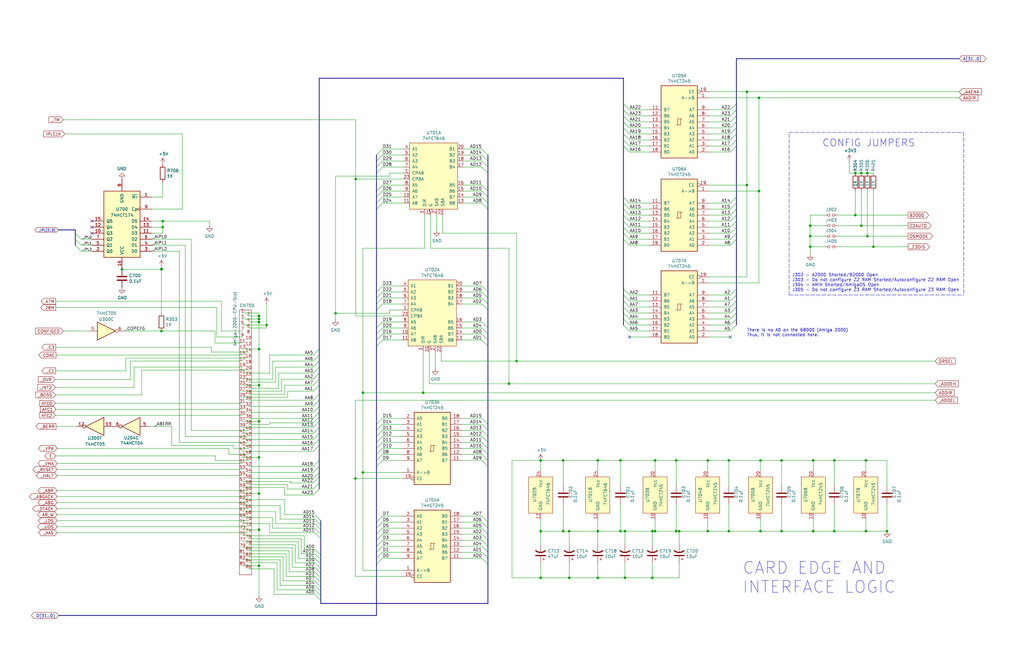
<source format=kicad_sch>
(kicad_sch (version 20211123) (generator eeschema)
  (paper "B")
  (title_block (title "Amiga N2630") (date "2023-02-17") (rev "4.0.0a"))
  (junction (at 276.225 194.31))
  (junction (at 109.22 133.35))
  (junction (at 285.115 224.155))
  (junction (at 214.63 161.925))
  (junction (at 217.805 152.4))
  (junction (at 263.525 224.155))
  (junction (at 112.395 137.16))
  (junction (at 109.22 193.04))
  (junction (at 314.96 78.105))
  (junction (at 368.3 104.14))
  (junction (at 341.63 99.695))
  (junction (at 285.115 194.31))
  (junction (at 51.435 113.665))
  (junction (at 365.76 99.695))
  (junction (at 68.072 113.665))
  (junction (at 275.082 243.84))
  (junction (at 109.22 238.76))
  (junction (at 227.965 243.84))
  (junction (at 320.04 41.275))
  (junction (at 237.49 224.155))
  (junction (at 365.76 73.025))
  (junction (at 329.565 224.155))
  (junction (at 329.565 194.31))
  (junction (at 342.9 224.155))
  (junction (at 286.385 224.155))
  (junction (at 341.63 95.25))
  (junction (at 342.9 194.31))
  (junction (at 153.035 165.735))
  (junction (at 360.68 90.805))
  (junction (at 276.225 224.155))
  (junction (at 178.435 165.735))
  (junction (at 307.34 194.31))
  (junction (at 252.095 194.31))
  (junction (at 307.34 224.155))
  (junction (at 363.22 73.025))
  (junction (at 374.015 224.155))
  (junction (at 109.22 177.8))
  (junction (at 141.478 132.207))
  (junction (at 261.62 194.31))
  (junction (at 252.095 243.84))
  (junction (at 263.525 243.84))
  (junction (at 365.125 194.31))
  (junction (at 360.68 73.025))
  (junction (at 109.22 208.28))
  (junction (at 68.199 113.538))
  (junction (at 363.22 95.25))
  (junction (at 149.86 201.93))
  (junction (at 68.072 113.538))
  (junction (at 237.49 194.31))
  (junction (at 275.082 224.155))
  (junction (at 227.965 224.155))
  (junction (at 320.04 80.645))
  (junction (at 109.22 223.52))
  (junction (at 227.965 194.31))
  (junction (at 320.675 224.155))
  (junction (at 109.22 135.89))
  (junction (at 240.03 224.155))
  (junction (at 298.45 194.31))
  (junction (at 68.58 93.345))
  (junction (at 240.03 243.84))
  (junction (at 149.987 75.565))
  (junction (at 261.62 224.155))
  (junction (at 351.79 194.31))
  (junction (at 109.22 147.32))
  (junction (at 341.63 104.14))
  (junction (at 314.96 38.735))
  (junction (at 351.79 224.155))
  (junction (at 109.22 134.62))
  (junction (at 109.22 162.56))
  (junction (at 320.675 194.31))
  (junction (at 68.072 139.7))
  (junction (at 153.035 199.39))
  (junction (at 252.095 224.155))
  (junction (at 68.58 95.885))
  (junction (at 365.125 224.155))
  (junction (at 298.45 224.155))
  (no_connect (at 265.43 142.24))
  (no_connect (at 38.735 98.425))
  (no_connect (at 38.735 93.345))
  (no_connect (at 38.735 95.885))
  (no_connect (at 307.975 142.24))
  (bus_entry (at 265.43 98.425) (size -2.54 -2.54))
  (bus_entry (at 132.08 187.96) (size 2.54 -2.54))
  (bus_entry (at 203.2 227.965) (size 2.54 2.54))
  (bus_entry (at 132.715 241.3) (size 2.54 2.54))
  (bus_entry (at 132.715 239.395) (size 2.54 2.54))
  (bus_entry (at 132.715 237.49) (size 2.54 2.54))
  (bus_entry (at 132.715 250.825) (size 2.54 2.54))
  (bus_entry (at 132.715 248.92) (size 2.54 2.54))
  (bus_entry (at 132.715 247.015) (size 2.54 2.54))
  (bus_entry (at 132.715 245.11) (size 2.54 2.54))
  (bus_entry (at 132.715 243.205) (size 2.54 2.54))
  (bus_entry (at 132.715 235.585) (size 2.54 2.54))
  (bus_entry (at 265.43 139.7) (size -2.54 -2.54))
  (bus_entry (at 161.29 125.73) (size -2.54 2.54))
  (bus_entry (at 307.975 95.885) (size 2.54 -2.54))
  (bus_entry (at 307.975 124.46) (size 2.54 -2.54))
  (bus_entry (at 132.08 190.5) (size 2.54 -2.54))
  (bus_entry (at 307.975 127) (size 2.54 -2.54))
  (bus_entry (at 307.975 53.975) (size 2.54 -2.54))
  (bus_entry (at 203.2 230.505) (size 2.54 2.54))
  (bus_entry (at 265.43 100.965) (size -2.54 -2.54))
  (bus_entry (at 265.43 137.16) (size -2.54 -2.54))
  (bus_entry (at 161.29 181.61) (size -2.54 2.54))
  (bus_entry (at 307.975 59.055) (size 2.54 -2.54))
  (bus_entry (at 203.2 233.045) (size 2.54 2.54))
  (bus_entry (at 161.29 220.345) (size -2.54 2.54))
  (bus_entry (at 265.43 64.135) (size -2.54 -2.54))
  (bus_entry (at 34.29 106.045) (size -2.54 -2.54))
  (bus_entry (at 203.2 189.23) (size 2.54 2.54))
  (bus_entry (at 203.2 83.185) (size 2.54 2.54))
  (bus_entry (at 161.29 230.505) (size -2.54 2.54))
  (bus_entry (at 161.29 135.89) (size -2.54 2.54))
  (bus_entry (at 265.43 48.895) (size -2.54 -2.54))
  (bus_entry (at 265.43 132.08) (size -2.54 -2.54))
  (bus_entry (at 132.08 196.85) (size 2.54 -2.54))
  (bus_entry (at 132.08 165.1) (size 2.54 -2.54))
  (bus_entry (at 132.08 162.56) (size 2.54 -2.54))
  (bus_entry (at 132.08 160.02) (size 2.54 -2.54))
  (bus_entry (at 132.08 157.48) (size 2.54 -2.54))
  (bus_entry (at 132.08 154.94) (size 2.54 -2.54))
  (bus_entry (at 132.08 152.4) (size 2.54 -2.54))
  (bus_entry (at 132.08 149.86) (size 2.54 -2.54))
  (bus_entry (at 203.2 65.405) (size 2.54 2.54))
  (bus_entry (at 307.975 51.435) (size 2.54 -2.54))
  (bus_entry (at 265.43 129.54) (size -2.54 -2.54))
  (bus_entry (at 161.29 235.585) (size -2.54 2.54))
  (bus_entry (at 203.2 143.51) (size 2.54 2.54))
  (bus_entry (at 203.2 181.61) (size 2.54 2.54))
  (bus_entry (at 262.89 100.965) (size 2.54 2.54))
  (bus_entry (at 265.43 90.805) (size -2.54 -2.54))
  (bus_entry (at 34.29 103.505) (size -2.54 -2.54))
  (bus_entry (at 203.2 70.485) (size 2.54 2.54))
  (bus_entry (at 307.975 139.7) (size 2.54 -2.54))
  (bus_entry (at 203.2 222.885) (size 2.54 2.54))
  (bus_entry (at 132.08 173.99) (size 2.54 -2.54))
  (bus_entry (at 203.2 179.07) (size 2.54 2.54))
  (bus_entry (at 161.29 80.645) (size -2.54 2.54))
  (bus_entry (at 265.43 53.975) (size -2.54 -2.54))
  (bus_entry (at 34.29 100.965) (size -2.54 -2.54))
  (bus_entry (at 203.2 62.865) (size 2.54 2.54))
  (bus_entry (at 161.29 222.885) (size -2.54 2.54))
  (bus_entry (at 203.2 220.345) (size 2.54 2.54))
  (bus_entry (at 161.29 179.07) (size -2.54 2.54))
  (bus_entry (at 132.715 233.68) (size 2.54 2.54))
  (bus_entry (at 132.715 231.775) (size 2.54 2.54))
  (bus_entry (at 132.715 224.79) (size 2.54 2.54))
  (bus_entry (at 132.715 222.885) (size 2.54 2.54))
  (bus_entry (at 132.715 220.98) (size 2.54 2.54))
  (bus_entry (at 132.715 219.075) (size 2.54 2.54))
  (bus_entry (at 132.715 217.17) (size 2.54 2.54))
  (bus_entry (at 161.29 176.53) (size -2.54 2.54))
  (bus_entry (at 132.08 185.42) (size 2.54 -2.54))
  (bus_entry (at 307.975 98.425) (size 2.54 -2.54))
  (bus_entry (at 203.2 191.77) (size 2.54 2.54))
  (bus_entry (at 307.975 100.965) (size 2.54 -2.54))
  (bus_entry (at 307.975 93.345) (size 2.54 -2.54))
  (bus_entry (at 203.2 138.43) (size 2.54 2.54))
  (bus_entry (at 265.43 124.46) (size -2.54 -2.54))
  (bus_entry (at 307.975 46.355) (size 2.54 -2.54))
  (bus_entry (at 307.975 90.805) (size 2.54 -2.54))
  (bus_entry (at 307.975 103.505) (size 2.54 -2.54))
  (bus_entry (at 161.29 233.045) (size -2.54 2.54))
  (bus_entry (at 203.2 128.27) (size 2.54 2.54))
  (bus_entry (at 307.975 56.515) (size 2.54 -2.54))
  (bus_entry (at 203.2 123.19) (size 2.54 2.54))
  (bus_entry (at 203.2 140.97) (size 2.54 2.54))
  (bus_entry (at 265.43 59.055) (size -2.54 -2.54))
  (bus_entry (at 161.29 140.97) (size -2.54 2.54))
  (bus_entry (at 132.08 201.93) (size 2.54 -2.54))
  (bus_entry (at 161.29 85.725) (size -2.54 2.54))
  (bus_entry (at 161.29 186.69) (size -2.54 2.54))
  (bus_entry (at 132.08 182.88) (size 2.54 -2.54))
  (bus_entry (at 203.2 176.53) (size 2.54 2.54))
  (bus_entry (at 161.29 143.51) (size -2.54 2.54))
  (bus_entry (at 132.08 178.435) (size 2.54 -2.54))
  (bus_entry (at 203.2 80.645) (size 2.54 2.54))
  (bus_entry (at 161.29 83.185) (size -2.54 2.54))
  (bus_entry (at 265.43 134.62) (size -2.54 -2.54))
  (bus_entry (at 161.29 194.31) (size -2.54 2.54))
  (bus_entry (at 265.43 95.885) (size -2.54 -2.54))
  (bus_entry (at 265.43 88.265) (size -2.54 -2.54))
  (bus_entry (at 132.08 199.39) (size 2.54 -2.54))
  (bus_entry (at 203.2 120.65) (size 2.54 2.54))
  (bus_entry (at 161.29 123.19) (size -2.54 2.54))
  (bus_entry (at 265.43 85.725) (size -2.54 -2.54))
  (bus_entry (at 132.08 171.45) (size 2.54 -2.54))
  (bus_entry (at 161.29 225.425) (size -2.54 2.54))
  (bus_entry (at 161.29 138.43) (size -2.54 2.54))
  (bus_entry (at 161.29 67.945) (size -2.54 2.54))
  (bus_entry (at 203.2 186.69) (size 2.54 2.54))
  (bus_entry (at 132.08 176.53) (size 2.54 -2.54))
  (bus_entry (at 307.975 129.54) (size 2.54 -2.54))
  (bus_entry (at 161.29 128.27) (size -2.54 2.54))
  (bus_entry (at 161.29 227.965) (size -2.54 2.54))
  (bus_entry (at 265.43 127) (size -2.54 -2.54))
  (bus_entry (at 161.29 184.15) (size -2.54 2.54))
  (bus_entry (at 265.43 51.435) (size -2.54 -2.54))
  (bus_entry (at 203.2 125.73) (size 2.54 2.54))
  (bus_entry (at 203.2 85.725) (size 2.54 2.54))
  (bus_entry (at 307.975 137.16) (size 2.54 -2.54))
  (bus_entry (at 132.08 168.91) (size 2.54 -2.54))
  (bus_entry (at 203.2 135.89) (size 2.54 2.54))
  (bus_entry (at 161.29 189.23) (size -2.54 2.54))
  (bus_entry (at 161.29 78.105) (size -2.54 2.54))
  (bus_entry (at 132.08 180.34) (size 2.54 -2.54))
  (bus_entry (at 161.29 65.405) (size -2.54 2.54))
  (bus_entry (at 307.975 64.135) (size 2.54 -2.54))
  (bus_entry (at 203.2 67.945) (size 2.54 2.54))
  (bus_entry (at 203.2 194.31) (size 2.54 2.54))
  (bus_entry (at 265.43 93.345) (size -2.54 -2.54))
  (bus_entry (at 307.975 88.265) (size 2.54 -2.54))
  (bus_entry (at 203.2 184.15) (size 2.54 2.54))
  (bus_entry (at 307.975 48.895) (size 2.54 -2.54))
  (bus_entry (at 132.08 208.915) (size 2.54 -2.54))
  (bus_entry (at 132.08 203.835) (size 2.54 -2.54))
  (bus_entry (at 132.08 206.375) (size 2.54 -2.54))
  (bus_entry (at 161.29 191.77) (size -2.54 2.54))
  (bus_entry (at 203.2 217.805) (size 2.54 2.54))
  (bus_entry (at 307.975 85.725) (size 2.54 -2.54))
  (bus_entry (at 158.75 123.19) (size 2.54 -2.54))
  (bus_entry (at 203.2 235.585) (size 2.54 2.54))
  (bus_entry (at 158.75 65.405) (size 2.54 -2.54))
  (bus_entry (at 161.29 217.805) (size -2.54 2.54))
  (bus_entry (at 265.43 61.595) (size -2.54 -2.54))
  (bus_entry (at 203.2 78.105) (size 2.54 2.54))
  (bus_entry (at 265.43 56.515) (size -2.54 -2.54))
  (bus_entry (at 307.975 61.595) (size 2.54 -2.54))
  (bus_entry (at 265.43 46.355) (size -2.54 -2.54))
  (bus_entry (at 307.975 134.62) (size 2.54 -2.54))
  (bus_entry (at 307.975 132.08) (size 2.54 -2.54))
  (bus_entry (at 203.2 225.425) (size 2.54 2.54))
  (bus_entry (at 161.29 70.485) (size -2.54 2.54))
  (wire (pts (xy 273.685 142.24) (xy 265.43 142.24)))
  (bus (pts (xy 205.74 194.31) (xy 205.74 196.85)))
  (bus (pts (xy 134.62 154.94) (xy 134.62 157.48)))
  (wire (pts (xy 120.015 162.56) (xy 120.015 166.37)))
  (wire (pts (xy 113.665 220.98) (xy 113.665 224.79)))
  (wire (pts (xy 273.685 95.885) (xy 265.43 95.885)))
  (wire (pts (xy 102.235 167.64) (xy 121.285 167.64)))
  (wire (pts (xy 374.015 194.31) (xy 374.015 205.105)))
  (wire (pts (xy 102.235 231.14) (xy 123.19 231.14)))
  (wire (pts (xy 96.52 189.23) (xy 24.13 189.23)))
  (bus (pts (xy 205.74 88.265) (xy 205.74 123.19)))
  (wire (pts (xy 169.545 140.97) (xy 161.29 140.97)))
  (wire (pts (xy 194.945 184.15) (xy 203.2 184.15)))
  (wire (pts (xy 263.525 243.84) (xy 275.082 243.84)))
  (bus (pts (xy 158.75 80.645) (xy 158.75 83.185)))
  (bus (pts (xy 262.89 129.54) (xy 262.89 132.08)))
  (wire (pts (xy 121.92 241.3) (xy 132.715 241.3)))
  (wire (pts (xy 128.27 226.06) (xy 128.27 231.775)))
  (bus (pts (xy 158.75 235.585) (xy 158.75 238.125)))
  (wire (pts (xy 104.775 138.43) (xy 112.395 138.43)))
  (wire (pts (xy 194.945 227.965) (xy 203.2 227.965)))
  (bus (pts (xy 135.255 223.52) (xy 135.255 225.425)))
  (wire (pts (xy 169.545 143.51) (xy 161.29 143.51)))
  (wire (pts (xy 26.67 139.7) (xy 37.211 139.7)))
  (wire (pts (xy 286.385 229.87) (xy 286.385 224.155)))
  (wire (pts (xy 104.775 156.21) (xy 59.69 156.21)))
  (bus (pts (xy 135.255 240.03) (xy 135.255 241.935)))
  (bus (pts (xy 262.89 98.425) (xy 262.89 100.965)))
  (wire (pts (xy 109.22 132.08) (xy 109.22 133.35)))
  (wire (pts (xy 104.775 173.99) (xy 132.08 173.99)))
  (wire (pts (xy 52.451 139.7) (xy 68.072 139.7)))
  (wire (pts (xy 365.125 198.755) (xy 365.125 194.31)))
  (wire (pts (xy 102.235 132.08) (xy 109.22 132.08)))
  (wire (pts (xy 153.035 199.39) (xy 153.035 240.665)))
  (wire (pts (xy 90.805 194.31) (xy 90.805 192.405)))
  (wire (pts (xy 273.685 88.265) (xy 265.43 88.265)))
  (wire (pts (xy 299.085 85.725) (xy 307.975 85.725)))
  (wire (pts (xy 320.675 194.31) (xy 329.565 194.31)))
  (wire (pts (xy 149.86 243.205) (xy 169.545 243.205)))
  (wire (pts (xy 89.154 146.558) (xy 89.154 148.59)))
  (wire (pts (xy 78.105 103.505) (xy 78.105 184.15)))
  (wire (pts (xy 112.395 137.16) (xy 112.395 128.27)))
  (wire (pts (xy 227.965 194.31) (xy 237.49 194.31)))
  (wire (pts (xy 299.085 53.975) (xy 307.975 53.975)))
  (wire (pts (xy 27.305 56.515) (xy 76.835 56.515)))
  (wire (pts (xy 276.225 194.31) (xy 285.115 194.31)))
  (wire (pts (xy 347.98 104.14) (xy 341.63 104.14)))
  (wire (pts (xy 276.225 198.755) (xy 276.225 194.31)))
  (wire (pts (xy 286.385 243.84) (xy 286.385 237.49)))
  (bus (pts (xy 134.62 177.8) (xy 134.62 180.34)))
  (bus (pts (xy 262.89 90.805) (xy 262.89 93.345)))
  (wire (pts (xy 102.235 149.86) (xy 23.622 149.86)))
  (wire (pts (xy 341.63 90.805) (xy 341.63 95.25)))
  (wire (pts (xy 102.235 187.96) (xy 132.08 187.96)))
  (wire (pts (xy 169.545 191.77) (xy 161.29 191.77)))
  (wire (pts (xy 169.545 179.07) (xy 161.29 179.07)))
  (wire (pts (xy 153.035 240.665) (xy 169.545 240.665)))
  (bus (pts (xy 310.515 53.975) (xy 310.515 56.515)))
  (wire (pts (xy 363.22 95.25) (xy 382.905 95.25)))
  (wire (pts (xy 102.235 198.12) (xy 24.13 198.12)))
  (bus (pts (xy 205.74 179.07) (xy 205.74 181.61)))
  (wire (pts (xy 102.235 236.22) (xy 118.11 236.22)))
  (bus (pts (xy 310.515 51.435) (xy 310.515 53.975)))
  (wire (pts (xy 169.545 189.23) (xy 161.29 189.23)))
  (wire (pts (xy 104.775 191.77) (xy 96.52 191.77)))
  (wire (pts (xy 104.775 196.85) (xy 132.08 196.85)))
  (wire (pts (xy 120.015 217.17) (xy 132.715 217.17)))
  (wire (pts (xy 195.58 70.485) (xy 203.2 70.485)))
  (wire (pts (xy 194.945 194.31) (xy 203.2 194.31)))
  (wire (pts (xy 170.18 70.485) (xy 161.29 70.485)))
  (bus (pts (xy 134.62 152.4) (xy 134.62 154.94)))
  (wire (pts (xy 217.805 152.4) (xy 394.335 152.4)))
  (wire (pts (xy 341.63 104.14) (xy 341.63 107.315)))
  (wire (pts (xy 113.665 157.48) (xy 113.665 149.86)))
  (wire (pts (xy 104.775 184.15) (xy 78.105 184.15)))
  (bus (pts (xy 134.62 33.02) (xy 134.62 147.32)))
  (wire (pts (xy 169.545 186.69) (xy 161.29 186.69)))
  (wire (pts (xy 314.96 38.735) (xy 299.085 38.735)))
  (bus (pts (xy 205.74 140.97) (xy 205.74 143.51)))
  (wire (pts (xy 169.545 220.345) (xy 161.29 220.345)))
  (bus (pts (xy 262.89 95.885) (xy 262.89 98.425)))
  (wire (pts (xy 194.945 143.51) (xy 203.2 143.51)))
  (bus (pts (xy 310.515 95.885) (xy 310.515 98.425)))
  (wire (pts (xy 109.22 208.28) (xy 109.22 223.52)))
  (wire (pts (xy 149.86 201.93) (xy 149.86 243.205)))
  (bus (pts (xy 158.75 233.045) (xy 158.75 235.585)))
  (wire (pts (xy 118.11 219.075) (xy 132.715 219.075)))
  (wire (pts (xy 56.515 163.449) (xy 56.515 154.94)))
  (bus (pts (xy 262.89 85.725) (xy 262.89 88.265)))
  (wire (pts (xy 170.18 65.405) (xy 161.29 65.405)))
  (bus (pts (xy 31.75 98.425) (xy 31.75 100.965)))
  (wire (pts (xy 102.235 152.4) (xy 54.991 152.4)))
  (wire (pts (xy 341.63 95.25) (xy 341.63 99.695)))
  (wire (pts (xy 194.945 176.53) (xy 203.2 176.53)))
  (bus (pts (xy 205.74 85.725) (xy 205.74 88.265)))
  (wire (pts (xy 353.06 104.14) (xy 368.3 104.14)))
  (bus (pts (xy 134.62 166.37) (xy 134.62 168.91)))
  (wire (pts (xy 342.9 198.755) (xy 342.9 194.31)))
  (wire (pts (xy 109.22 193.04) (xy 109.22 208.28)))
  (wire (pts (xy 113.665 224.79) (xy 132.715 224.79)))
  (wire (pts (xy 347.98 99.695) (xy 341.63 99.695)))
  (bus (pts (xy 134.62 199.39) (xy 134.62 201.295)))
  (wire (pts (xy 104.775 217.17) (xy 24.13 217.17)))
  (wire (pts (xy 104.775 148.59) (xy 89.154 148.59)))
  (wire (pts (xy 102.235 180.34) (xy 132.08 180.34)))
  (wire (pts (xy 178.435 165.735) (xy 153.035 165.735)))
  (bus (pts (xy 262.89 51.435) (xy 262.89 53.975)))
  (bus (pts (xy 310.515 43.815) (xy 310.515 46.355)))
  (bus (pts (xy 310.515 129.54) (xy 310.515 132.08)))
  (bus (pts (xy 135.255 245.745) (xy 135.255 247.65)))
  (bus (pts (xy 262.89 33.02) (xy 134.62 33.02)))
  (wire (pts (xy 178.435 165.735) (xy 178.435 148.59)))
  (bus (pts (xy 158.75 70.485) (xy 158.75 73.025)))
  (wire (pts (xy 273.685 56.515) (xy 265.43 56.515)))
  (wire (pts (xy 299.085 132.08) (xy 307.975 132.08)))
  (wire (pts (xy 122.555 203.2) (xy 122.555 203.835)))
  (bus (pts (xy 158.75 138.43) (xy 158.75 140.97)))
  (wire (pts (xy 23.622 172.72) (xy 102.235 172.72)))
  (wire (pts (xy 64.135 98.425) (xy 68.58 98.425)))
  (wire (pts (xy 285.115 224.155) (xy 286.385 224.155)))
  (wire (pts (xy 314.96 78.105) (xy 314.96 38.735)))
  (wire (pts (xy 109.22 162.56) (xy 109.22 177.8)))
  (wire (pts (xy 104.775 135.89) (xy 109.22 135.89)))
  (wire (pts (xy 68.58 95.885) (xy 68.58 98.425)))
  (bus (pts (xy 205.74 146.05) (xy 205.74 179.07)))
  (bus (pts (xy 158.75 128.27) (xy 158.75 130.81)))
  (wire (pts (xy 170.18 62.865) (xy 161.29 62.865)))
  (bus (pts (xy 31.75 97.028) (xy 31.75 98.425)))
  (wire (pts (xy 169.545 230.505) (xy 161.29 230.505)))
  (wire (pts (xy 307.975 142.24) (xy 299.085 142.24)))
  (wire (pts (xy 102.235 165.1) (xy 118.745 165.1)))
  (bus (pts (xy 158.75 196.85) (xy 158.75 220.345)))
  (wire (pts (xy 118.11 247.015) (xy 132.715 247.015)))
  (bus (pts (xy 158.75 186.69) (xy 158.75 189.23)))
  (bus (pts (xy 205.74 67.945) (xy 205.74 70.485)))
  (wire (pts (xy 88.392 93.345) (xy 88.392 95.25)))
  (wire (pts (xy 102.235 142.24) (xy 91.44 142.24)))
  (wire (pts (xy 120.015 208.915) (xy 132.08 208.915)))
  (wire (pts (xy 102.235 220.98) (xy 113.665 220.98)))
  (wire (pts (xy 104.775 201.93) (xy 132.08 201.93)))
  (wire (pts (xy 273.685 61.595) (xy 265.43 61.595)))
  (wire (pts (xy 273.685 85.725) (xy 265.43 85.725)))
  (wire (pts (xy 104.775 207.01) (xy 24.13 207.01)))
  (bus (pts (xy 158.75 227.965) (xy 158.75 230.505)))
  (wire (pts (xy 320.04 41.275) (xy 299.085 41.275)))
  (bus (pts (xy 205.74 225.425) (xy 205.74 227.965)))
  (wire (pts (xy 23.241 160.147) (xy 54.991 160.147)))
  (wire (pts (xy 365.76 73.025) (xy 368.3 73.025)))
  (wire (pts (xy 299.085 98.425) (xy 307.975 98.425)))
  (wire (pts (xy 368.3 80.645) (xy 368.3 104.14)))
  (wire (pts (xy 124.46 237.49) (xy 132.715 237.49)))
  (wire (pts (xy 115.57 240.03) (xy 115.57 250.825)))
  (bus (pts (xy 135.255 221.615) (xy 135.255 223.52)))
  (wire (pts (xy 109.22 133.35) (xy 109.22 134.62)))
  (bus (pts (xy 134.62 175.895) (xy 134.62 177.8)))
  (bus (pts (xy 134.62 180.34) (xy 134.62 182.88)))
  (wire (pts (xy 102.235 193.04) (xy 109.22 193.04)))
  (wire (pts (xy 273.685 51.435) (xy 265.43 51.435)))
  (bus (pts (xy 262.89 121.92) (xy 262.89 124.46)))
  (wire (pts (xy 122.555 203.835) (xy 132.08 203.835)))
  (wire (pts (xy 59.69 166.624) (xy 59.69 156.21)))
  (bus (pts (xy 158.75 67.945) (xy 158.75 70.485)))
  (wire (pts (xy 299.085 100.965) (xy 307.975 100.965)))
  (wire (pts (xy 51.435 113.665) (xy 68.072 113.665)))
  (bus (pts (xy 205.74 184.15) (xy 205.74 186.69)))
  (wire (pts (xy 102.235 144.78) (xy 90.678 144.78)))
  (wire (pts (xy 169.545 130.81) (xy 164.338 130.81)))
  (wire (pts (xy 109.22 135.89) (xy 109.22 147.32)))
  (bus (pts (xy 158.75 189.23) (xy 158.75 191.77)))
  (wire (pts (xy 320.675 198.755) (xy 320.675 194.31)))
  (wire (pts (xy 68.58 83.185) (xy 64.135 83.185)))
  (wire (pts (xy 195.58 80.645) (xy 203.2 80.645)))
  (bus (pts (xy 158.75 220.345) (xy 158.75 222.885)))
  (wire (pts (xy 53.086 151.13) (xy 53.086 156.464)))
  (wire (pts (xy 169.545 184.15) (xy 161.29 184.15)))
  (wire (pts (xy 351.79 194.31) (xy 365.125 194.31)))
  (wire (pts (xy 120.015 205.74) (xy 120.015 208.915)))
  (bus (pts (xy 135.255 219.71) (xy 135.255 221.615)))
  (bus (pts (xy 310.515 61.595) (xy 310.515 83.185)))
  (wire (pts (xy 252.095 224.155) (xy 261.62 224.155)))
  (wire (pts (xy 194.945 181.61) (xy 203.2 181.61)))
  (wire (pts (xy 102.235 203.2) (xy 122.555 203.2)))
  (bus (pts (xy 135.255 247.65) (xy 135.255 249.555)))
  (wire (pts (xy 195.58 83.185) (xy 203.2 83.185)))
  (bus (pts (xy 310.515 134.62) (xy 310.515 137.16)))
  (bus (pts (xy 158.75 191.77) (xy 158.75 194.31)))
  (wire (pts (xy 132.08 178.435) (xy 113.665 178.435)))
  (wire (pts (xy 299.085 93.345) (xy 307.975 93.345)))
  (wire (pts (xy 102.235 182.88) (xy 132.08 182.88)))
  (wire (pts (xy 214.63 161.925) (xy 180.975 161.925)))
  (wire (pts (xy 240.03 229.87) (xy 240.03 224.155)))
  (wire (pts (xy 299.085 78.105) (xy 314.96 78.105)))
  (wire (pts (xy 347.98 95.25) (xy 341.63 95.25)))
  (wire (pts (xy 169.545 176.53) (xy 161.29 176.53)))
  (wire (pts (xy 102.235 137.16) (xy 112.395 137.16)))
  (wire (pts (xy 116.205 220.98) (xy 132.715 220.98)))
  (bus (pts (xy 135.255 251.46) (xy 135.255 253.365)))
  (wire (pts (xy 170.18 78.105) (xy 161.29 78.105)))
  (wire (pts (xy 194.945 191.77) (xy 203.2 191.77)))
  (wire (pts (xy 299.085 56.515) (xy 307.975 56.515)))
  (wire (pts (xy 102.235 205.74) (xy 120.015 205.74)))
  (wire (pts (xy 195.58 85.725) (xy 203.2 85.725)))
  (wire (pts (xy 38.735 103.505) (xy 34.29 103.505)))
  (wire (pts (xy 261.62 194.31) (xy 276.225 194.31)))
  (wire (pts (xy 374.015 224.155) (xy 374.015 212.725)))
  (wire (pts (xy 153.035 165.735) (xy 153.035 104.775)))
  (bus (pts (xy 310.515 127) (xy 310.515 129.54)))
  (wire (pts (xy 64.135 93.345) (xy 68.58 93.345)))
  (wire (pts (xy 237.49 224.155) (xy 240.03 224.155)))
  (wire (pts (xy 102.235 134.62) (xy 109.22 134.62)))
  (wire (pts (xy 194.945 220.345) (xy 203.2 220.345)))
  (wire (pts (xy 320.04 80.645) (xy 320.04 41.275)))
  (wire (pts (xy 64.135 95.885) (xy 68.58 95.885)))
  (wire (pts (xy 181.61 104.775) (xy 214.63 104.775)))
  (wire (pts (xy 217.805 152.4) (xy 186.055 152.4)))
  (wire (pts (xy 102.235 228.6) (xy 125.73 228.6)))
  (wire (pts (xy 102.235 226.06) (xy 128.27 226.06)))
  (wire (pts (xy 102.235 195.58) (xy 24.13 195.58)))
  (wire (pts (xy 164.338 130.81) (xy 164.338 132.207)))
  (wire (pts (xy 169.545 225.425) (xy 161.29 225.425)))
  (bus (pts (xy 135.255 236.22) (xy 135.255 238.125)))
  (wire (pts (xy 104.775 161.29) (xy 116.205 161.29)))
  (wire (pts (xy 116.205 215.9) (xy 116.205 220.98)))
  (bus (pts (xy 310.515 121.92) (xy 310.515 124.46)))
  (wire (pts (xy 351.79 224.155) (xy 365.125 224.155)))
  (wire (pts (xy 299.085 124.46) (xy 307.975 124.46)))
  (bus (pts (xy 134.62 201.295) (xy 134.62 203.835)))
  (wire (pts (xy 121.92 232.41) (xy 121.92 241.3)))
  (bus (pts (xy 205.74 80.645) (xy 205.74 83.185)))
  (wire (pts (xy 104.775 212.09) (xy 24.13 212.09)))
  (wire (pts (xy 169.545 135.89) (xy 161.29 135.89)))
  (bus (pts (xy 134.62 203.835) (xy 134.62 206.375)))
  (bus (pts (xy 205.74 70.485) (xy 205.74 73.025)))
  (bus (pts (xy 262.89 88.265) (xy 262.89 90.805)))
  (wire (pts (xy 320.675 224.155) (xy 329.565 224.155)))
  (wire (pts (xy 252.095 198.755) (xy 252.095 194.31)))
  (wire (pts (xy 195.58 67.945) (xy 203.2 67.945)))
  (bus (pts (xy 262.89 33.02) (xy 262.89 43.815)))
  (wire (pts (xy 102.235 157.48) (xy 113.665 157.48)))
  (wire (pts (xy 116.84 237.49) (xy 116.84 248.92)))
  (wire (pts (xy 120.015 210.82) (xy 120.015 217.17)))
  (bus (pts (xy 158.75 140.97) (xy 158.75 143.51)))
  (wire (pts (xy 169.545 222.885) (xy 161.29 222.885)))
  (wire (pts (xy 23.368 175.26) (xy 102.235 175.26)))
  (wire (pts (xy 109.22 177.8) (xy 109.22 193.04)))
  (wire (pts (xy 314.96 116.84) (xy 314.96 78.105)))
  (bus (pts (xy 262.89 93.345) (xy 262.89 95.885)))
  (wire (pts (xy 240.03 243.84) (xy 252.095 243.84)))
  (bus (pts (xy 158.75 83.185) (xy 158.75 85.725)))
  (bus (pts (xy 310.515 85.725) (xy 310.515 88.265)))
  (bus (pts (xy 205.74 235.585) (xy 205.74 238.125)))
  (wire (pts (xy 104.775 224.79) (xy 24.13 224.79)))
  (wire (pts (xy 320.675 219.075) (xy 320.675 224.155)))
  (wire (pts (xy 263.525 224.155) (xy 275.082 224.155)))
  (wire (pts (xy 72.39 179.959) (xy 72.39 187.96)))
  (wire (pts (xy 240.03 224.155) (xy 252.095 224.155)))
  (wire (pts (xy 329.565 194.31) (xy 342.9 194.31)))
  (bus (pts (xy 205.74 220.345) (xy 205.74 222.885)))
  (wire (pts (xy 119.38 245.11) (xy 132.715 245.11)))
  (wire (pts (xy 118.11 213.36) (xy 118.11 219.075)))
  (wire (pts (xy 104.775 209.55) (xy 24.13 209.55)))
  (wire (pts (xy 102.235 162.56) (xy 109.22 162.56)))
  (wire (pts (xy 113.665 178.435) (xy 113.665 179.07)))
  (wire (pts (xy 298.45 194.31) (xy 307.34 194.31)))
  (wire (pts (xy 194.945 189.23) (xy 203.2 189.23)))
  (bus (pts (xy 310.515 59.055) (xy 310.515 61.595)))
  (wire (pts (xy 132.08 165.1) (xy 121.285 165.1)))
  (bus (pts (xy 205.74 73.025) (xy 205.74 80.645)))
  (wire (pts (xy 26.67 50.546) (xy 149.987 50.546)))
  (wire (pts (xy 298.45 219.075) (xy 298.45 224.155)))
  (wire (pts (xy 186.055 152.4) (xy 186.055 148.59)))
  (wire (pts (xy 194.945 235.585) (xy 203.2 235.585)))
  (wire (pts (xy 104.775 227.33) (xy 127 227.33)))
  (wire (pts (xy 23.495 166.624) (xy 59.69 166.624)))
  (wire (pts (xy 149.987 50.546) (xy 149.987 75.565)))
  (bus (pts (xy 310.515 83.185) (xy 310.515 85.725)))
  (wire (pts (xy 169.545 125.73) (xy 161.29 125.73)))
  (wire (pts (xy 273.685 53.975) (xy 265.43 53.975)))
  (wire (pts (xy 299.085 103.505) (xy 307.975 103.505)))
  (wire (pts (xy 320.04 41.275) (xy 404.495 41.275)))
  (bus (pts (xy 134.62 194.31) (xy 134.62 196.85)))
  (wire (pts (xy 141.478 74.295) (xy 164.211 74.295)))
  (wire (pts (xy 299.085 61.595) (xy 307.975 61.595)))
  (wire (pts (xy 307.34 212.725) (xy 307.34 224.155)))
  (wire (pts (xy 104.775 199.39) (xy 132.08 199.39)))
  (wire (pts (xy 275.082 224.155) (xy 276.225 224.155)))
  (wire (pts (xy 365.76 99.695) (xy 382.905 99.695)))
  (wire (pts (xy 273.685 59.055) (xy 265.43 59.055)))
  (wire (pts (xy 273.685 139.7) (xy 265.43 139.7)))
  (wire (pts (xy 261.62 205.105) (xy 261.62 194.31)))
  (bus (pts (xy 205.74 65.405) (xy 205.74 67.945)))
  (bus (pts (xy 310.515 88.265) (xy 310.515 90.805)))
  (wire (pts (xy 149.987 75.565) (xy 170.18 75.565)))
  (wire (pts (xy 351.79 205.105) (xy 351.79 194.31)))
  (wire (pts (xy 102.235 238.76) (xy 109.22 238.76)))
  (bus (pts (xy 262.89 124.46) (xy 262.89 127)))
  (bus (pts (xy 135.255 241.935) (xy 135.255 243.84)))
  (wire (pts (xy 286.385 224.155) (xy 298.45 224.155)))
  (wire (pts (xy 215.9 194.31) (xy 227.965 194.31)))
  (wire (pts (xy 68.072 112.395) (xy 68.072 113.538)))
  (wire (pts (xy 104.775 214.63) (xy 24.13 214.63)))
  (wire (pts (xy 195.58 78.105) (xy 203.2 78.105)))
  (wire (pts (xy 68.58 93.345) (xy 68.58 95.885)))
  (wire (pts (xy 273.685 132.08) (xy 265.43 132.08)))
  (bus (pts (xy 205.74 196.85) (xy 205.74 220.345)))
  (wire (pts (xy 169.545 217.805) (xy 161.29 217.805)))
  (wire (pts (xy 127 233.68) (xy 132.715 233.68)))
  (wire (pts (xy 104.775 229.87) (xy 124.46 229.87)))
  (wire (pts (xy 102.235 215.9) (xy 116.205 215.9)))
  (wire (pts (xy 169.545 199.39) (xy 153.035 199.39)))
  (wire (pts (xy 123.19 239.395) (xy 132.715 239.395)))
  (bus (pts (xy 134.62 171.45) (xy 134.62 173.99)))
  (wire (pts (xy 195.58 62.865) (xy 203.2 62.865)))
  (wire (pts (xy 118.745 160.02) (xy 118.745 165.1)))
  (wire (pts (xy 90.805 192.405) (xy 23.495 192.405)))
  (bus (pts (xy 205.74 143.51) (xy 205.74 146.05)))
  (wire (pts (xy 169.545 123.19) (xy 161.29 123.19)))
  (wire (pts (xy 23.495 129.794) (xy 91.44 129.794)))
  (wire (pts (xy 217.805 98.425) (xy 217.805 152.4)))
  (bus (pts (xy 158.75 85.725) (xy 158.75 88.265)))
  (wire (pts (xy 275.082 243.84) (xy 286.385 243.84)))
  (wire (pts (xy 227.965 198.755) (xy 227.965 194.31)))
  (wire (pts (xy 170.18 83.185) (xy 161.29 83.185)))
  (bus (pts (xy 262.89 56.515) (xy 262.89 59.055)))
  (wire (pts (xy 109.22 147.32) (xy 109.22 162.56)))
  (wire (pts (xy 38.735 106.045) (xy 34.29 106.045)))
  (wire (pts (xy 227.965 229.87) (xy 227.965 224.155)))
  (wire (pts (xy 153.035 165.735) (xy 153.035 199.39)))
  (wire (pts (xy 120.65 233.68) (xy 120.65 243.205)))
  (wire (pts (xy 342.9 219.075) (xy 342.9 224.155)))
  (wire (pts (xy 353.06 95.25) (xy 363.22 95.25)))
  (bus (pts (xy 205.74 138.43) (xy 205.74 140.97)))
  (bus (pts (xy 205.74 227.965) (xy 205.74 230.505)))
  (wire (pts (xy 273.685 93.345) (xy 265.43 93.345)))
  (wire (pts (xy 117.475 157.48) (xy 117.475 163.83)))
  (wire (pts (xy 252.095 229.87) (xy 252.095 224.155)))
  (wire (pts (xy 164.211 74.295) (xy 164.211 73.025)))
  (bus (pts (xy 262.89 46.355) (xy 262.89 48.895)))
  (wire (pts (xy 23.622 179.959) (xy 32.385 179.959)))
  (wire (pts (xy 118.11 236.22) (xy 118.11 247.015)))
  (bus (pts (xy 135.255 253.365) (xy 135.255 254.635)))
  (wire (pts (xy 275.082 229.87) (xy 275.082 224.155)))
  (bus (pts (xy 158.75 65.405) (xy 158.75 67.945)))
  (bus (pts (xy 205.74 222.885) (xy 205.74 225.425)))
  (wire (pts (xy 273.685 98.425) (xy 265.43 98.425)))
  (wire (pts (xy 363.22 73.025) (xy 365.76 73.025)))
  (bus (pts (xy 158.75 259.715) (xy 24.765 259.715)))
  (wire (pts (xy 141.478 132.207) (xy 141.478 74.295)))
  (bus (pts (xy 31.75 100.965) (xy 31.75 103.505)))
  (wire (pts (xy 98.425 187.96) (xy 72.39 187.96)))
  (wire (pts (xy 358.14 73.025) (xy 360.68 73.025)))
  (wire (pts (xy 54.991 160.147) (xy 54.991 152.4)))
  (bus (pts (xy 205.74 233.045) (xy 205.74 235.585)))
  (wire (pts (xy 363.22 80.645) (xy 363.22 95.25)))
  (wire (pts (xy 276.225 224.155) (xy 285.115 224.155)))
  (wire (pts (xy 104.775 234.95) (xy 119.38 234.95)))
  (wire (pts (xy 68.072 113.538) (xy 68.072 113.665)))
  (wire (pts (xy 90.678 139.7) (xy 90.678 144.78)))
  (bus (pts (xy 134.62 182.88) (xy 134.62 185.42)))
  (wire (pts (xy 102.235 200.66) (xy 24.13 200.66)))
  (wire (pts (xy 285.115 205.105) (xy 285.115 194.31)))
  (wire (pts (xy 104.775 204.47) (xy 121.285 204.47)))
  (bus (pts (xy 158.75 146.05) (xy 158.75 179.07)))
  (wire (pts (xy 299.085 127) (xy 307.975 127)))
  (bus (pts (xy 158.75 143.51) (xy 158.75 146.05)))
  (wire (pts (xy 360.68 90.805) (xy 382.905 90.805)))
  (wire (pts (xy 120.65 243.205) (xy 132.715 243.205)))
  (wire (pts (xy 299.085 46.355) (xy 307.975 46.355)))
  (wire (pts (xy 64.135 106.045) (xy 75.565 106.045)))
  (wire (pts (xy 329.565 212.725) (xy 329.565 224.155)))
  (bus (pts (xy 205.74 238.125) (xy 205.74 254.635)))
  (wire (pts (xy 186.69 90.805) (xy 186.69 98.425)))
  (wire (pts (xy 23.495 146.558) (xy 89.154 146.558)))
  (wire (pts (xy 169.545 128.27) (xy 161.29 128.27)))
  (bus (pts (xy 205.74 189.23) (xy 205.74 191.77)))
  (wire (pts (xy 299.085 80.645) (xy 320.04 80.645)))
  (wire (pts (xy 38.735 100.965) (xy 34.29 100.965)))
  (wire (pts (xy 186.69 98.425) (xy 217.805 98.425)))
  (wire (pts (xy 115.57 250.825) (xy 132.715 250.825)))
  (wire (pts (xy 121.285 206.375) (xy 132.08 206.375)))
  (wire (pts (xy 342.9 194.31) (xy 351.79 194.31)))
  (wire (pts (xy 273.685 90.805) (xy 265.43 90.805)))
  (wire (pts (xy 169.545 138.43) (xy 161.29 138.43)))
  (bus (pts (xy 310.515 98.425) (xy 310.515 100.965)))
  (bus (pts (xy 158.75 125.73) (xy 158.75 128.27)))
  (wire (pts (xy 307.34 194.31) (xy 320.675 194.31)))
  (bus (pts (xy 205.74 125.73) (xy 205.74 128.27)))
  (wire (pts (xy 104.775 189.23) (xy 98.425 189.23)))
  (bus (pts (xy 135.255 234.315) (xy 135.255 236.22)))
  (bus (pts (xy 205.74 130.81) (xy 205.74 138.43)))
  (wire (pts (xy 141.478 132.207) (xy 164.338 132.207)))
  (wire (pts (xy 119.38 234.95) (xy 119.38 245.11)))
  (wire (pts (xy 169.545 194.31) (xy 161.29 194.31)))
  (bus (pts (xy 262.89 83.185) (xy 262.89 85.725)))
  (wire (pts (xy 102.235 139.7) (xy 93.345 139.7)))
  (bus (pts (xy 134.62 149.86) (xy 134.62 152.4)))
  (wire (pts (xy 360.68 73.025) (xy 363.22 73.025)))
  (wire (pts (xy 214.63 161.925) (xy 394.335 161.925)))
  (bus (pts (xy 310.515 24.765) (xy 310.515 43.815)))
  (wire (pts (xy 276.225 219.075) (xy 276.225 224.155)))
  (wire (pts (xy 169.545 181.61) (xy 161.29 181.61)))
  (wire (pts (xy 299.085 137.16) (xy 307.975 137.16)))
  (wire (pts (xy 170.18 85.725) (xy 161.29 85.725)))
  (wire (pts (xy 104.775 219.71) (xy 24.13 219.71)))
  (wire (pts (xy 102.235 147.32) (xy 109.22 147.32)))
  (wire (pts (xy 261.62 224.155) (xy 263.525 224.155)))
  (wire (pts (xy 149.86 168.91) (xy 394.335 168.91)))
  (bus (pts (xy 158.75 123.19) (xy 158.75 125.73)))
  (wire (pts (xy 68.072 139.7) (xy 90.678 139.7)))
  (wire (pts (xy 265.43 103.505) (xy 273.685 103.505)))
  (wire (pts (xy 299.085 116.84) (xy 314.96 116.84)))
  (wire (pts (xy 240.03 237.49) (xy 240.03 243.84)))
  (bus (pts (xy 158.75 184.15) (xy 158.75 186.69)))
  (wire (pts (xy 141.478 132.207) (xy 141.478 134.874)))
  (wire (pts (xy 365.76 80.645) (xy 365.76 99.695)))
  (wire (pts (xy 127 227.33) (xy 127 233.68)))
  (wire (pts (xy 194.945 186.69) (xy 203.2 186.69)))
  (wire (pts (xy 273.685 127) (xy 265.43 127)))
  (wire (pts (xy 285.115 194.31) (xy 298.45 194.31)))
  (wire (pts (xy 252.095 194.31) (xy 261.62 194.31)))
  (bus (pts (xy 134.62 162.56) (xy 134.62 166.37)))
  (wire (pts (xy 181.61 90.805) (xy 181.61 104.775)))
  (wire (pts (xy 102.235 223.52) (xy 109.22 223.52)))
  (wire (pts (xy 132.08 160.02) (xy 118.745 160.02)))
  (wire (pts (xy 299.085 119.38) (xy 320.04 119.38)))
  (bus (pts (xy 310.515 48.895) (xy 310.515 51.435)))
  (wire (pts (xy 178.435 165.735) (xy 394.335 165.735)))
  (wire (pts (xy 114.935 222.885) (xy 132.715 222.885)))
  (bus (pts (xy 24.638 97.028) (xy 31.75 97.028)))
  (wire (pts (xy 93.345 139.7) (xy 93.345 127.127)))
  (wire (pts (xy 194.945 140.97) (xy 203.2 140.97)))
  (wire (pts (xy 273.685 100.965) (xy 265.43 100.965)))
  (wire (pts (xy 62.865 179.959) (xy 72.39 179.959)))
  (wire (pts (xy 237.49 205.105) (xy 237.49 194.31)))
  (wire (pts (xy 298.45 224.155) (xy 307.34 224.155)))
  (wire (pts (xy 365.125 219.075) (xy 365.125 224.155)))
  (wire (pts (xy 104.775 171.45) (xy 132.08 171.45)))
  (wire (pts (xy 109.22 134.62) (xy 109.22 135.89)))
  (wire (pts (xy 113.665 149.86) (xy 132.08 149.86)))
  (wire (pts (xy 68.072 113.665) (xy 68.072 132.08)))
  (wire (pts (xy 194.945 233.045) (xy 203.2 233.045)))
  (wire (pts (xy 102.235 218.44) (xy 114.935 218.44)))
  (wire (pts (xy 102.235 208.28) (xy 109.22 208.28)))
  (bus (pts (xy 158.75 194.31) (xy 158.75 196.85)))
  (bus (pts (xy 158.75 73.025) (xy 158.75 80.645)))
  (wire (pts (xy 114.935 218.44) (xy 114.935 222.885)))
  (wire (pts (xy 285.115 212.725) (xy 285.115 224.155)))
  (wire (pts (xy 76.835 56.515) (xy 76.835 88.265)))
  (polyline (pts (xy 406.4 55.88) (xy 406.4 124.46)))
  (wire (pts (xy 68.58 93.345) (xy 88.392 93.345)))
  (wire (pts (xy 102.235 154.94) (xy 56.515 154.94)))
  (polyline (pts (xy 332.74 55.88) (xy 406.4 55.88)))
  (bus (pts (xy 310.515 46.355) (xy 310.515 48.895)))
  (bus (pts (xy 310.515 93.345) (xy 310.515 95.885)))
  (wire (pts (xy 195.58 65.405) (xy 203.2 65.405)))
  (bus (pts (xy 205.74 230.505) (xy 205.74 233.045)))
  (wire (pts (xy 125.73 235.585) (xy 132.715 235.585)))
  (wire (pts (xy 194.945 138.43) (xy 203.2 138.43)))
  (wire (pts (xy 132.08 162.56) (xy 120.015 162.56)))
  (wire (pts (xy 53.086 151.13) (xy 104.775 151.13)))
  (bus (pts (xy 134.62 187.96) (xy 134.62 194.31)))
  (wire (pts (xy 112.395 138.43) (xy 112.395 137.16)))
  (bus (pts (xy 262.89 59.055) (xy 262.89 61.595)))
  (bus (pts (xy 134.62 185.42) (xy 134.62 187.96)))
  (wire (pts (xy 261.62 212.725) (xy 261.62 224.155)))
  (wire (pts (xy 365.125 194.31) (xy 374.015 194.31)))
  (wire (pts (xy 80.645 100.965) (xy 80.645 181.61)))
  (wire (pts (xy 23.368 163.449) (xy 56.515 163.449)))
  (wire (pts (xy 121.285 204.47) (xy 121.285 206.375)))
  (bus (pts (xy 135.255 254.635) (xy 205.74 254.635)))
  (wire (pts (xy 104.775 240.03) (xy 115.57 240.03)))
  (wire (pts (xy 169.545 201.93) (xy 149.86 201.93)))
  (wire (pts (xy 104.775 133.35) (xy 109.22 133.35)))
  (wire (pts (xy 104.775 176.53) (xy 132.08 176.53)))
  (polyline (pts (xy 332.74 124.46) (xy 406.4 124.46)))
  (wire (pts (xy 116.205 154.94) (xy 116.205 161.29)))
  (wire (pts (xy 104.775 222.25) (xy 24.13 222.25)))
  (wire (pts (xy 194.945 135.89) (xy 203.2 135.89)))
  (bus (pts (xy 310.515 90.805) (xy 310.515 93.345)))
  (wire (pts (xy 124.46 229.87) (xy 124.46 237.49)))
  (wire (pts (xy 104.775 186.69) (xy 75.565 186.69)))
  (wire (pts (xy 365.125 224.155) (xy 374.015 224.155)))
  (wire (pts (xy 273.685 46.355) (xy 265.43 46.355)))
  (wire (pts (xy 215.9 243.84) (xy 215.9 194.31)))
  (wire (pts (xy 299.085 90.805) (xy 307.975 90.805)))
  (wire (pts (xy 183.515 148.59) (xy 183.515 155.575)))
  (wire (pts (xy 53.086 156.464) (xy 23.495 156.464)))
  (bus (pts (xy 134.62 173.99) (xy 134.62 175.895)))
  (wire (pts (xy 314.96 38.735) (xy 404.495 38.735)))
  (wire (pts (xy 194.945 123.19) (xy 203.2 123.19)))
  (bus (pts (xy 134.62 147.32) (xy 134.62 149.86)))
  (wire (pts (xy 164.211 73.025) (xy 170.18 73.025)))
  (wire (pts (xy 153.035 104.775) (xy 179.07 104.775)))
  (bus (pts (xy 262.89 127) (xy 262.89 129.54)))
  (wire (pts (xy 102.235 185.42) (xy 132.08 185.42)))
  (bus (pts (xy 135.255 243.84) (xy 135.255 245.745)))
  (wire (pts (xy 104.775 194.31) (xy 90.805 194.31)))
  (wire (pts (xy 169.545 233.045) (xy 161.29 233.045)))
  (wire (pts (xy 104.775 163.83) (xy 117.475 163.83)))
  (bus (pts (xy 205.74 181.61) (xy 205.74 184.15)))
  (wire (pts (xy 227.965 243.84) (xy 215.9 243.84)))
  (wire (pts (xy 180.975 161.925) (xy 180.975 148.59)))
  (wire (pts (xy 273.685 129.54) (xy 265.43 129.54)))
  (wire (pts (xy 299.085 51.435) (xy 307.975 51.435)))
  (wire (pts (xy 102.235 190.5) (xy 132.08 190.5)))
  (bus (pts (xy 205.74 191.77) (xy 205.74 194.31)))
  (wire (pts (xy 64.135 103.505) (xy 78.105 103.505)))
  (polyline (pts (xy 332.74 124.46) (xy 332.74 55.88)))
  (wire (pts (xy 169.545 227.965) (xy 161.29 227.965)))
  (bus (pts (xy 310.515 124.46) (xy 310.515 127)))
  (wire (pts (xy 170.18 80.645) (xy 161.29 80.645)))
  (wire (pts (xy 179.07 90.805) (xy 179.07 104.775)))
  (bus (pts (xy 158.75 88.265) (xy 158.75 123.19)))
  (wire (pts (xy 360.68 80.645) (xy 360.68 90.805)))
  (wire (pts (xy 194.945 225.425) (xy 203.2 225.425)))
  (wire (pts (xy 102.235 160.02) (xy 114.935 160.02)))
  (bus (pts (xy 310.515 132.08) (xy 310.515 134.62)))
  (wire (pts (xy 353.06 90.805) (xy 360.68 90.805)))
  (wire (pts (xy 263.525 243.84) (xy 263.525 237.49)))
  (wire (pts (xy 149.987 133.35) (xy 169.545 133.35)))
  (bus (pts (xy 158.75 238.125) (xy 158.75 259.715)))
  (wire (pts (xy 114.935 152.4) (xy 114.935 160.02)))
  (bus (pts (xy 158.75 181.61) (xy 158.75 184.15)))
  (wire (pts (xy 273.685 48.895) (xy 265.43 48.895)))
  (wire (pts (xy 169.545 120.65) (xy 161.29 120.65)))
  (wire (pts (xy 104.775 232.41) (xy 121.92 232.41)))
  (wire (pts (xy 123.19 231.14) (xy 123.19 239.395)))
  (wire (pts (xy 353.06 99.695) (xy 365.76 99.695)))
  (wire (pts (xy 132.08 157.48) (xy 117.475 157.48)))
  (wire (pts (xy 96.52 191.77) (xy 96.52 189.23)))
  (wire (pts (xy 194.945 179.07) (xy 203.2 179.07)))
  (wire (pts (xy 299.085 48.895) (xy 307.975 48.895)))
  (wire (pts (xy 227.965 224.155) (xy 237.49 224.155)))
  (bus (pts (xy 135.255 238.125) (xy 135.255 240.03)))
  (wire (pts (xy 227.965 243.84) (xy 240.03 243.84)))
  (wire (pts (xy 227.965 219.075) (xy 227.965 224.155)))
  (bus (pts (xy 158.75 179.07) (xy 158.75 181.61)))
  (wire (pts (xy 109.22 223.52) (xy 109.22 238.76)))
  (wire (pts (xy 64.135 100.965) (xy 80.645 100.965)))
  (wire (pts (xy 299.085 134.62) (xy 307.975 134.62)))
  (wire (pts (xy 299.085 88.265) (xy 307.975 88.265)))
  (wire (pts (xy 299.085 95.885) (xy 307.975 95.885)))
  (wire (pts (xy 298.45 198.755) (xy 298.45 194.31)))
  (wire (pts (xy 263.525 229.87) (xy 263.525 224.155)))
  (wire (pts (xy 104.775 168.91) (xy 132.08 168.91)))
  (bus (pts (xy 310.515 56.515) (xy 310.515 59.055)))
  (wire (pts (xy 214.63 104.775) (xy 214.63 161.925)))
  (wire (pts (xy 194.945 230.505) (xy 203.2 230.505)))
  (wire (pts (xy 252.095 237.49) (xy 252.095 243.84)))
  (wire (pts (xy 351.79 212.725) (xy 351.79 224.155)))
  (wire (pts (xy 307.34 224.155) (xy 320.675 224.155)))
  (wire (pts (xy 102.235 210.82) (xy 120.015 210.82)))
  (bus (pts (xy 134.62 157.48) (xy 134.62 160.02)))
  (bus (pts (xy 262.89 61.595) (xy 262.89 83.185)))
  (bus (pts (xy 262.89 48.895) (xy 262.89 51.435)))
  (wire (pts (xy 320.04 119.38) (xy 320.04 80.645)))
  (wire (pts (xy 109.22 238.76) (xy 109.22 251.46)))
  (bus (pts (xy 262.89 53.975) (xy 262.89 56.515)))
  (bus (pts (xy 205.74 186.69) (xy 205.74 189.23)))
  (wire (pts (xy 273.685 137.16) (xy 265.43 137.16)))
  (wire (pts (xy 329.565 224.155) (xy 342.9 224.155)))
  (bus (pts (xy 262.89 132.08) (xy 262.89 134.62)))
  (wire (pts (xy 237.49 194.31) (xy 252.095 194.31)))
  (bus (pts (xy 205.74 123.19) (xy 205.74 125.73)))
  (wire (pts (xy 299.085 59.055) (xy 307.975 59.055)))
  (wire (pts (xy 98.425 189.23) (xy 98.425 187.96)))
  (wire (pts (xy 194.945 217.805) (xy 203.2 217.805)))
  (wire (pts (xy 329.565 205.105) (xy 329.565 194.31)))
  (bus (pts (xy 135.255 249.555) (xy 135.255 251.46)))
  (wire (pts (xy 184.15 90.805) (xy 184.15 97.155)))
  (bus (pts (xy 135.255 227.33) (xy 135.255 234.315)))
  (wire (pts (xy 68.58 76.962) (xy 68.58 83.185)))
  (wire (pts (xy 368.3 104.14) (xy 382.905 104.14)))
  (wire (pts (xy 170.18 67.945) (xy 161.29 67.945)))
  (wire (pts (xy 102.235 213.36) (xy 118.11 213.36)))
  (bus (pts (xy 205.74 128.27) (xy 205.74 130.81)))
  (wire (pts (xy 252.095 219.075) (xy 252.095 224.155)))
  (wire (pts (xy 347.98 90.805) (xy 341.63 90.805)))
  (bus (pts (xy 134.62 168.91) (xy 134.62 171.45)))
  (wire (pts (xy 227.965 237.49) (xy 227.965 243.84)))
  (wire (pts (xy 102.235 233.68) (xy 120.65 233.68)))
  (wire (pts (xy 149.987 75.565) (xy 149.987 133.35)))
  (bus (pts (xy 158.75 230.505) (xy 158.75 233.045)))
  (wire (pts (xy 121.285 165.1) (xy 121.285 167.64)))
  (wire (pts (xy 342.9 224.155) (xy 351.79 224.155)))
  (wire (pts (xy 275.082 243.84) (xy 275.082 237.49)))
  (bus (pts (xy 404.495 24.765) (xy 310.515 24.765)))
  (wire (pts (xy 23.368 170.18) (xy 102.235 170.18)))
  (bus (pts (xy 158.75 222.885) (xy 158.75 225.425)))
  (bus (pts (xy 134.62 196.85) (xy 134.62 199.39)))
  (wire (pts (xy 128.27 231.775) (xy 132.715 231.775)))
  (wire (pts (xy 194.945 128.27) (xy 203.2 128.27)))
  (wire (pts (xy 132.08 154.94) (xy 116.205 154.94)))
  (wire (pts (xy 237.49 212.725) (xy 237.49 224.155)))
  (bus (pts (xy 158.75 225.425) (xy 158.75 227.965)))
  (wire (pts (xy 169.545 235.585) (xy 161.29 235.585)))
  (wire (pts (xy 307.34 205.105) (xy 307.34 194.31)))
  (wire (pts (xy 252.095 243.84) (xy 263.525 243.84)))
  (bus (pts (xy 262.89 134.62) (xy 262.89 137.16)))
  (wire (pts (xy 358.14 67.945) (xy 358.14 73.025)))
  (wire (pts (xy 299.085 129.54) (xy 307.975 129.54)))
  (wire (pts (xy 273.685 134.62) (xy 265.43 134.62)))
  (wire (pts (xy 194.945 125.73) (xy 203.2 125.73)))
  (wire (pts (xy 68.072 113.538) (xy 68.199 113.538)))
  (wire (pts (xy 91.44 129.794) (xy 91.44 142.24)))
  (wire (pts (xy 75.565 106.045) (xy 75.565 186.69)))
  (wire (pts (xy 116.84 248.92) (xy 132.715 248.92)))
  (wire (pts (xy 23.495 127.127) (xy 93.345 127.127)))
  (wire (pts (xy 299.085 139.7) (xy 307.975 139.7)))
  (wire (pts (xy 273.685 64.135) (xy 265.43 64.135)))
  (bus (pts (xy 134.62 160.02) (xy 134.62 162.56)))
  (bus (pts (xy 262.89 43.815) (xy 262.89 46.355)))
  (bus (pts (xy 205.74 83.185) (xy 205.74 85.725)))
  (wire (pts (xy 102.235 177.8) (xy 109.22 177.8)))
  (wire (pts (xy 299.085 64.135) (xy 307.975 64.135)))
  (bus (pts (xy 310.515 100.965) (xy 310.515 121.92)))
  (bus (pts (xy 158.75 130.81) (xy 158.75 138.43)))
  (wire (pts (xy 149.86 201.93) (xy 149.86 168.91)))
  (wire (pts (xy 132.08 152.4) (xy 114.935 152.4)))
  (wire (pts (xy 104.775 166.37) (xy 120.015 166.37)))
  (bus (pts (xy 135.255 225.425) (xy 135.255 227.33)))
  (bus (pts (xy 262.89 100.965) (xy 262.89 121.92)))
  (wire (pts (xy 194.945 222.885) (xy 203.2 222.885)))
  (wire (pts (xy 273.685 124.46) (xy 265.43 124.46)))
  (wire (pts (xy 194.945 120.65) (xy 203.2 120.65)))
  (wire (pts (xy 341.63 99.695) (xy 341.63 104.14)))
  (wire (pts (xy 104.775 237.49) (xy 116.84 237.49)))
  (wire (pts (xy 64.135 88.265) (xy 76.835 88.265)))
  (wire (pts (xy 104.775 181.61) (xy 80.645 181.61)))
  (wire (pts (xy 125.73 228.6) (xy 125.73 235.585)))
  (wire (pts (xy 104.775 179.07) (xy 113.665 179.07)))
  (text "CONFIG JUMPERS" (at 346.71 62.23 0) (effects (font (size 3 3)) (justify left bottom)))
  (text "J302 - A2000 Shorted/B2000 Open\nJ303 - Do not configure Z2 RAM Shorted/Autoconfigure Z2 RAM Open\nJ304 - AMIX Shorted/AmigaOS Open\nJ305 - Do not configure Z3 RAM Shorted/Autoconfigure Z3 RAM Open" (at 334.01 123.19 0) (effects (font (size 1.2954 1.2954)) (justify left bottom)))
  (text "There is no A0 on the 68000 (Amiga 2000)\nThus, it is not connected here." (at 314.96 142.24 0) (effects (font (size 1.27 1.27)) (justify left bottom)))
  (text "CARD EDGE AND\nINTERFACE LOGIC" (at 313.055 250.825 0) (effects (font (size 5 5)) (justify left bottom)))
  (label "AA23" (at 265.43 48.895 0) (effects (font (size 1.2954 1.2954))))
  (label "AA3" (at 265.43 132.08 0) (effects (font (size 1.2954 1.2954))))
  (label "D8" (at 161.29 191.77 0) (effects (font (size 1.2954 1.2954))))
  (label "A2" (at 307.975 124.46 180) (effects (font (size 1.2954 1.2954))))
  (label "AA5" (at 132.08 149.86 180) (effects (font (size 1.2954 1.2954))))
  (label "AA13" (at 132.08 180.34 180) (effects (font (size 1.3 1.3))))
  (label "A13" (at 307.975 90.805 180) (effects (font (size 1.2954 1.2954))))
  (label "AD10" (at 132.715 233.68 180) (effects (font (size 1.3 1.3))))
  (label "D12" (at 161.29 184.15 0) (effects (font (size 1.2954 1.2954))))
  (label "AA2" (at 132.08 160.02 180) (effects (font (size 1.3 1.3))))
  (label "AD8" (at 203.2 191.77 180) (effects (font (size 1.2954 1.2954))))
  (label "AA20" (at 265.43 53.975 0) (effects (font (size 1.2954 1.2954))))
  (label "AD12" (at 203.2 70.485 180) (effects (font (size 1.2954 1.2954))))
  (label "AD0" (at 203.2 140.97 180) (effects (font (size 1.2954 1.2954))))
  (label "_AIPL2" (at 64.135 106.045 0))
  (label "D21" (at 161.29 125.73 0) (effects (font (size 1.2954 1.2954))))
  (label "AD14" (at 203.2 179.07 180) (effects (font (size 1.2954 1.2954))))
  (label "D15" (at 161.29 176.53 0) (effects (font (size 1.2954 1.2954))))
  (label "AA10" (at 132.08 173.99 180) (effects (font (size 1.2954 1.2954))))
  (label "AA22" (at 265.43 46.355 0) (effects (font (size 1.2954 1.2954))))
  (label "AD4" (at 203.2 138.43 180) (effects (font (size 1.2954 1.2954))))
  (label "AA16" (at 132.08 187.96 180) (effects (font (size 1.2954 1.2954))))
  (label "A18" (at 307.975 59.055 180) (effects (font (size 1.2954 1.2954))))
  (label "_AIPL0" (at 64.135 100.965 0))
  (label "_COPCFG" (at 52.578 139.7 0))
  (label "A3" (at 307.975 132.08 180) (effects (font (size 1.2954 1.2954))))
  (label "AA11" (at 132.08 176.53 180) (effects (font (size 1.2954 1.2954))))
  (label "AA10" (at 265.43 98.425 0) (effects (font (size 1.2954 1.2954))))
  (label "D13" (at 161.29 181.61 0) (effects (font (size 1.2954 1.2954))))
  (label "A11" (at 307.975 95.885 180) (effects (font (size 1.2954 1.2954))))
  (label "A9" (at 307.975 100.965 180) (effects (font (size 1.2954 1.2954))))
  (label "AD4" (at 203.2 230.505 180) (effects (font (size 1.2954 1.2954))))
  (label "AA3" (at 132.08 157.48 180) (effects (font (size 1.2954 1.2954))))
  (label "A14" (at 307.975 85.725 180) (effects (font (size 1.2954 1.2954))))
  (label "AA21" (at 132.08 206.375 180) (effects (font (size 1.3 1.3))))
  (label "AD4" (at 132.715 247.015 180) (effects (font (size 1.3 1.3))))
  (label "AA4" (at 265.43 134.62 0) (effects (font (size 1.2954 1.2954))))
  (label "_ABERR" (at 72.263 179.959 180))
  (label "AD5" (at 203.2 125.73 180) (effects (font (size 1.2954 1.2954))))
  (label "AA14" (at 132.08 182.88 180) (effects (font (size 1.2954 1.2954))))
  (label "AA1" (at 132.08 165.1 180) (effects (font (size 1.3 1.3))))
  (label "D10" (at 161.29 189.23 0) (effects (font (size 1.2954 1.2954))))
  (label "AA7" (at 132.08 162.56 180) (effects (font (size 1.3 1.3))))
  (label "D20" (at 161.29 138.43 0) (effects (font (size 1.2954 1.2954))))
  (label "AD0" (at 203.2 235.585 180) (effects (font (size 1.2954 1.2954))))
  (label "D0" (at 161.29 235.585 0) (effects (font (size 1.2954 1.2954))))
  (label "AD3" (at 203.2 135.89 180) (effects (font (size 1.2954 1.2954))))
  (label "AD3" (at 203.2 227.965 180) (effects (font (size 1.2954 1.2954))))
  (label "AD13" (at 132.715 220.98 180))
  (label "AD6" (at 203.2 123.19 180) (effects (font (size 1.2954 1.2954))))
  (label "AD5" (at 203.2 222.885 180) (effects (font (size 1.2954 1.2954))))
  (label "AD12" (at 203.2 184.15 180) (effects (font (size 1.2954 1.2954))))
  (label "AA6" (at 265.43 137.16 0) (effects (font (size 1.2954 1.2954))))
  (label "A21" (at 307.975 51.435 180) (effects (font (size 1.2954 1.2954))))
  (label "A12" (at 307.975 93.345 180) (effects (font (size 1.2954 1.2954))))
  (label "AA4" (at 132.08 154.94 180) (effects (font (size 1.3 1.3))))
  (label "AD14" (at 132.715 219.075 180))
  (label "AD7" (at 132.715 245.11 180) (effects (font (size 1.3 1.3))))
  (label "A10" (at 307.975 98.425 180) (effects (font (size 1.2954 1.2954))))
  (label "AD7" (at 203.2 120.65 180) (effects (font (size 1.2954 1.2954))))
  (label "AA20" (at 132.08 201.93 180) (effects (font (size 1.2954 1.2954))))
  (label "AA9" (at 265.43 100.965 0) (effects (font (size 1.2954 1.2954))))
  (label "AA23" (at 132.08 208.915 180) (effects (font (size 1.3 1.3))))
  (label "A17" (at 307.975 61.595 180) (effects (font (size 1.2954 1.2954))))
  (label "D22" (at 161.29 123.19 0) (effects (font (size 1.2954 1.2954))))
  (label "A4" (at 307.975 134.62 180) (effects (font (size 1.2954 1.2954))))
  (label "AD0" (at 132.715 231.775 180))
  (label "D16" (at 161.29 140.97 0) (effects (font (size 1.2954 1.2954))))
  (label "A6" (at 307.975 137.16 180) (effects (font (size 1.2954 1.2954))))
  (label "AD6" (at 132.715 248.92 180) (effects (font (size 1.3 1.3))))
  (label "AA11" (at 265.43 95.885 0) (effects (font (size 1.2954 1.2954))))
  (label "AD10" (at 203.2 189.23 180) (effects (font (size 1.2954 1.2954))))
  (label "AA19" (at 132.08 199.39 180) (effects (font (size 1.2954 1.2954))))
  (label "A5" (at 307.975 139.7 180) (effects (font (size 1.2954 1.2954))))
  (label "AD11" (at 203.2 78.105 180) (effects (font (size 1.2954 1.2954))))
  (label "AD10" (at 203.2 80.645 180) (effects (font (size 1.2954 1.2954))))
  (label "AA8" (at 265.43 103.505 0) (effects (font (size 1.2954 1.2954))))
  (label "AA21" (at 265.43 51.435 0) (effects (font (size 1.2954 1.2954))))
  (label "_AIPL1" (at 64.135 103.505 0))
  (label "AD8" (at 132.715 241.3 180) (effects (font (size 1.3 1.3))))
  (label "AA8" (at 132.08 168.91 180) (effects (font (size 1.3 1.3))))
  (label "A19" (at 307.975 56.515 180) (effects (font (size 1.2954 1.2954))))
  (label "AA5" (at 265.43 139.7 0) (effects (font (size 1.2954 1.2954))))
  (label "AD7" (at 203.2 217.805 180) (effects (font (size 1.2954 1.2954))))
  (label "AA9" (at 132.08 171.45 180) (effects (font (size 1.2954 1.2954))))
  (label "D19" (at 161.29 135.89 0) (effects (font (size 1.2954 1.2954))))
  (label "AA18" (at 265.43 59.055 0) (effects (font (size 1.2954 1.2954))))
  (label "AA7" (at 265.43 129.54 0) (effects (font (size 1.2954 1.2954))))
  (label "D30" (at 161.29 65.405 0) (effects (font (size 1.2954 1.2954))))
  (label "D4" (at 161.29 230.505 0) (effects (font (size 1.2954 1.2954))))
  (label "AA12" (at 132.08 178.435 180) (effects (font (size 1.2954 1.2954))))
  (label "AD13" (at 203.2 67.945 180) (effects (font (size 1.2954 1.2954))))
  (label "D6" (at 161.29 220.345 0) (effects (font (size 1.2954 1.2954))))
  (label "AD5" (at 132.715 250.825 180))
  (label "AD2" (at 203.2 128.27 180) (effects (font (size 1.2954 1.2954))))
  (label "D23" (at 161.29 120.65 0) (effects (font (size 1.2954 1.2954))))
  (label "AD2" (at 132.715 239.395 180) (effects (font (size 1.3 1.3))))
  (label "D5" (at 161.29 222.885 0) (effects (font (size 1.2954 1.2954))))
  (label "AA22" (at 132.08 203.835 180) (effects (font (size 1.3 1.3))))
  (label "AA15" (at 132.08 185.42 180) (effects (font (size 1.2954 1.2954))))
  (label "AA13" (at 265.43 90.805 0) (effects (font (size 1.2954 1.2954))))
  (label "AD11" (at 132.715 224.79 180))
  (label "D31" (at 161.29 62.865 0) (effects (font (size 1.2954 1.2954))))
  (label "AA6" (at 132.08 152.4 180) (effects (font (size 1.2954 1.2954))))
  (label "AA12" (at 265.43 93.345 0) (effects (font (size 1.2954 1.2954))))
  (label "A1" (at 307.975 127 180) (effects (font (size 1.2954 1.2954))))
  (label "AA17" (at 265.43 61.595 0) (effects (font (size 1.2954 1.2954))))
  (label "AD2" (at 203.2 225.425 180) (effects (font (size 1.2954 1.2954))))
  (label "AD1" (at 132.715 235.585 180) (effects (font (size 1.3 1.3))))
  (label "D11" (at 161.29 186.69 0) (effects (font (size 1.2954 1.2954))))
  (label "AD11" (at 203.2 186.69 180) (effects (font (size 1.2954 1.2954))))
  (label "D27" (at 161.29 78.105 0) (effects (font (size 1.2954 1.2954))))
  (label "AA1" (at 265.43 127 0) (effects (font (size 1.2954 1.2954))))
  (label "_IPL1" (at 38.735 103.505 180) (effects (font (size 0.9906 0.9906))))
  (label "D24" (at 161.29 85.725 0) (effects (font (size 1.2954 1.2954))))
  (label "AD13" (at 203.2 181.61 180) (effects (font (size 1.2954 1.2954))))
  (label "_IPL2" (at 38.735 106.045 180) (effects (font (size 0.9906 0.9906))))
  (label "AD15" (at 203.2 176.53 180) (effects (font (size 1.2954 1.2954))))
  (label "AD15" (at 132.715 217.17 180))
  (label "AA15" (at 265.43 88.265 0) (effects (font (size 1.2954 1.2954))))
  (label "AA16" (at 265.43 64.135 0) (effects (font (size 1.2954 1.2954))))
  (label "A7" (at 307.975 129.54 180) (effects (font (size 1.2954 1.2954))))
  (label "AA18" (at 132.08 196.85 180) (effects (font (size 1.2954 1.2954))))
  (label "D18" (at 161.29 128.27 0) (effects (font (size 1.2954 1.2954))))
  (label "AD3" (at 132.715 243.205 180) (effects (font (size 1.3 1.3))))
  (label "AD1" (at 203.2 233.045 180) (effects (font (size 1.2954 1.2954))))
  (label "AD14" (at 203.2 65.405 180) (effects (font (size 1.2954 1.2954))))
  (label "D29" (at 161.29 67.945 0) (effects (font (size 1.2954 1.2954))))
  (label "D3" (at 161.29 227.965 0) (effects (font (size 1.2954 1.2954))))
  (label "D25" (at 161.29 83.185 0) (effects (font (size 1.2954 1.2954))))
  (label "D17" (at 161.29 143.51 0) (effects (font (size 1.2954 1.2954))))
  (label "AD9" (at 203.2 83.185 180) (effects (font (size 1.2954 1.2954))))
  (label "A23" (at 307.975 48.895 180) (effects (font (size 1.2954 1.2954))))
  (label "D1" (at 161.29 233.045 0) (effects (font (size 1.2954 1.2954))))
  (label "A16" (at 307.975 64.135 180) (effects (font (size 1.2954 1.2954))))
  (label "_IPL0" (at 38.735 100.965 180) (effects (font (size 0.9906 0.9906))))
  (label "AD9" (at 132.715 237.49 180) (effects (font (size 1.3 1.3))))
  (label "AD6" (at 203.2 220.345 180) (effects (font (size 1.2954 1.2954))))
  (label "D2" (at 161.29 225.425 0) (effects (font (size 1.2954 1.2954))))
  (label "D28" (at 161.29 70.485 0) (effects (font (size 1.2954 1.2954))))
  (label "AD1" (at 203.2 143.51 180) (effects (font (size 1.2954 1.2954))))
  (label "A22" (at 307.975 46.355 180) (effects (font (size 1.2954 1.2954))))
  (label "AA19" (at 265.43 56.515 0) (effects (font (size 1.2954 1.2954))))
  (label "D14" (at 161.29 179.07 0) (effects (font (size 1.2954 1.2954))))
  (label "D7" (at 161.29 217.805 0) (effects (font (size 1.2954 1.2954))))
  (label "D26" (at 161.29 80.645 0) (effects (font (size 1.2954 1.2954))))
  (label "AD9" (at 203.2 194.31 180) (effects (font (size 1.2954 1.2954))))
  (label "AA17" (at 132.08 190.5 180) (effects (font (size 1.2954 1.2954))))
  (label "AA14" (at 265.43 85.725 0) (effects (font (size 1.2954 1.2954))))
  (label "AD12" (at 132.715 222.885 180))
  (label "AD15" (at 203.2 62.865 180) (effects (font (size 1.2954 1.2954))))
  (label "AD8" (at 203.2 85.725 180) (effects (font (size 1.2954 1.2954))))
  (label "A15" (at 307.975 88.265 180) (effects (font (size 1.2954 1.2954))))
  (label "AA2" (at 265.43 124.46 0) (effects (font (size 1.2954 1.2954))))
  (label "A20" (at 307.975 53.975 180) (effects (font (size 1.2954 1.2954))))
  (label "A8" (at 307.975 103.505 180) (effects (font (size 1.2954 1.2954))))
  (label "D9" (at 161.29 194.31 0) (effects (font (size 1.2954 1.2954))))
  (global_label "_BERR" (shape output) (at 23.622 179.959 180) (effects (font (size 1.2954 1.2954))) (property "Intersheet References" "${INTERSHEET_REFS}" (effects hide)))
  (global_label "_RESET" (shape bidirectional) (at 24.13 198.12 180) (property "Intersheet References" "${INTERSHEET_REFS}" (effects hide)))
  (global_label "_ABG" (shape bidirectional) (at 24.13 212.09 180) (property "Intersheet References" "${INTERSHEET_REFS}" (effects hide)))
  (global_label "_VPA" (shape bidirectional) (at 24.13 189.23 180) (property "Intersheet References" "${INTERSHEET_REFS}" (effects hide)))
  (global_label "_LDS" (shape bidirectional) (at 24.13 219.71 180) (property "Intersheet References" "${INTERSHEET_REFS}" (effects hide)))
  (global_label "_ABGACK" (shape bidirectional) (at 24.13 209.55 180) (property "Intersheet References" "${INTERSHEET_REFS}" (effects hide)))
  (global_label "IPLCLK" (shape input) (at 27.305 56.515 180) (property "Intersheet References" "${INTERSHEET_REFS}" (effects hide)))
  (global_label "_C3" (shape output) (at 23.495 146.558 180) (property "Intersheet References" "${INTERSHEET_REFS}" (effects hide)))
  (global_label "_AAS" (shape bidirectional) (at 24.13 224.79 180) (property "Intersheet References" "${INTERSHEET_REFS}" (effects hide)))
  (global_label "CDAC" (shape output) (at 23.622 149.86 180) (property "Intersheet References" "${INTERSHEET_REFS}" (effects hide)))
  (global_label "_ADOEH" (shape input) (at 394.335 161.925 0) (effects (font (size 1.2954 1.2954))) (property "Intersheet References" "${INTERSHEET_REFS}" (effects hide)))
  (global_label "Z2AUTO" (shape output) (at 382.905 95.25 0) (effects (font (size 1.2954 1.2954))) (property "Intersheet References" "${INTERSHEET_REFS}" (effects hide)))
  (global_label "_ABR" (shape bidirectional) (at 24.13 207.01 180) (property "Intersheet References" "${INTERSHEET_REFS}" (effects hide)))
  (global_label "_OVR" (shape input) (at 23.241 160.147 180) (property "Intersheet References" "${INTERSHEET_REFS}" (effects hide)))
  (global_label "AFC1" (shape input) (at 23.622 172.72 180) (effects (font (size 1.1938 1.1938))) (property "Intersheet References" "${INTERSHEET_REFS}" (effects hide)))
  (global_label "_HALT" (shape bidirectional) (at 24.13 200.66 180) (property "Intersheet References" "${INTERSHEET_REFS}" (effects hide)))
  (global_label "D[31..0]" (shape bidirectional) (at 24.765 259.715 180) (effects (font (size 1.2954 1.2954))) (property "Intersheet References" "${INTERSHEET_REFS}" (effects hide)))
  (global_label "_INT2" (shape input) (at 23.368 163.449 180) (property "Intersheet References" "${INTERSHEET_REFS}" (effects hide)))
  (global_label "AFC0" (shape input) (at 23.368 170.18 180) (effects (font (size 1.1938 1.1938))) (property "Intersheet References" "${INTERSHEET_REFS}" (effects hide)))
  (global_label "OSMODE" (shape output) (at 382.905 99.695 0) (effects (font (size 1.2954 1.2954))) (property "Intersheet References" "${INTERSHEET_REFS}" (effects hide)))
  (global_label "_IPL[2..0]" (shape bidirectional) (at 24.638 97.028 180) (effects (font (size 0.9906 0.9906))) (property "Intersheet References" "${INTERSHEET_REFS}" (effects hide)))
  (global_label "_BOSS" (shape input) (at 23.495 166.624 180) (property "Intersheet References" "${INTERSHEET_REFS}" (effects hide)))
  (global_label "E" (shape bidirectional) (at 23.495 192.405 180) (property "Intersheet References" "${INTERSHEET_REFS}" (effects hide)))
  (global_label "CONFIGED" (shape input) (at 26.67 139.7 180) (property "Intersheet References" "${INTERSHEET_REFS}" (effects hide)))
  (global_label "28M" (shape output) (at 23.495 129.794 180) (property "Intersheet References" "${INTERSHEET_REFS}" (effects hide)))
  (global_label "_7M" (shape input) (at 26.67 50.546 180) (property "Intersheet References" "${INTERSHEET_REFS}" (effects hide)))
  (global_label "B2000" (shape output) (at 382.905 90.805 0) (effects (font (size 1.2954 1.2954))) (property "Intersheet References" "${INTERSHEET_REFS}" (effects hide)))
  (global_label "_UDS" (shape bidirectional) (at 24.13 222.25 180) (property "Intersheet References" "${INTERSHEET_REFS}" (effects hide)))
  (global_label "AFC2" (shape input) (at 23.368 175.26 180) (effects (font (size 1.1938 1.1938))) (property "Intersheet References" "${INTERSHEET_REFS}" (effects hide)))
  (global_label "AADIR" (shape input) (at 404.495 41.275 0) (effects (font (size 1.2954 1.2954))) (property "Intersheet References" "${INTERSHEET_REFS}" (effects hide)))
  (global_label "AR_W" (shape bidirectional) (at 24.13 217.17 180) (property "Intersheet References" "${INTERSHEET_REFS}" (effects hide)))
  (global_label "_Z3DIS" (shape output) (at 382.905 104.14 0) (effects (font (size 1.2954 1.2954))) (property "Intersheet References" "${INTERSHEET_REFS}" (effects hide)))
  (global_label "_VMA" (shape bidirectional) (at 24.13 195.58 180) (property "Intersheet References" "${INTERSHEET_REFS}" (effects hide)))
  (global_label "A7M" (shape output) (at 23.495 127.127 180) (property "Intersheet References" "${INTERSHEET_REFS}" (effects hide)))
  (global_label "_AAENA" (shape input) (at 404.495 38.735 0) (effects (font (size 1.2954 1.2954))) (property "Intersheet References" "${INTERSHEET_REFS}" (effects hide)))
  (global_label "_ADOEL" (shape input) (at 394.335 168.91 0) (effects (font (size 1.2954 1.2954))) (property "Intersheet References" "${INTERSHEET_REFS}" (effects hide)))
  (global_label "A[31..0]" (shape bidirectional) (at 404.495 24.765 0) (effects (font (size 1.2954 1.2954))) (property "Intersheet References" "${INTERSHEET_REFS}" (effects hide)))
  (global_label "_DTACK" (shape bidirectional) (at 24.13 214.63 180) (property "Intersheet References" "${INTERSHEET_REFS}" (effects hide)))
  (global_label "_C1" (shape output) (at 23.495 156.464 180) (property "Intersheet References" "${INTERSHEET_REFS}" (effects hide)))
  (global_label "DRSEL" (shape input) (at 394.335 152.4 0) (effects (font (size 1.2954 1.2954))) (property "Intersheet References" "${INTERSHEET_REFS}" (effects hide)))
  (global_label "ADDIR" (shape input) (at 394.335 165.735 0) (effects (font (size 1.2954 1.2954))) (property "Intersheet References" "${INTERSHEET_REFS}" (effects hide)))
  (symbol (lib_id "N2630:Amiga-2000-CPU-Slot") (at 103.505 185.42 0) (unit 1) (in_bom no)
    (property "Reference" "CN700" (at 100.965 128.905 0) (effects (justify left)))
    (property "Value" "Amiga-2000-CPU-Slot" (at 99.06 146.05 90) (effects (justify left)))
    (property "Footprint" "N2630:A2000_CPUSLOT_MALE" (effects hide))
  )
  (symbol (lib_id "power:+5V") (at 112.395 128.27 0) (unit 1)
    (property "Reference" "#PWR0124" (effects hide))
    (property "Value" "+5V" (at 112.776 123.8758 0))
  )
  (symbol (lib_id "power:GND") (at 109.22 251.46 0) (unit 1)
    (property "Reference" "#PWR0125" (effects hide))
    (property "Value" "GND" (at 109.347 255.8542 0))
  )
  (symbol (lib_id "Device:C") (at 237.49 208.915 0) (unit 1)
    (property "Reference" "C702" (at 240.665 210.185 90) (effects (justify left)))
    (property "Value" "0.1uF" (at 242.57 212.09 90) (effects (justify left)))
    (property "Footprint" "Capacitor_SMD:C_0805_2012Metric" (effects hide))
  )
  (symbol (lib_id "Device:C") (at 261.62 208.915 0) (unit 1)
    (property "Reference" "C701" (at 264.795 210.185 90) (effects (justify left)))
    (property "Value" "0.1uF" (at 266.7 212.09 90) (effects (justify left)))
    (property "Footprint" "Capacitor_SMD:C_0805_2012Metric" (effects hide))
  )
  (symbol (lib_id "Device:C") (at 285.115 208.915 0) (unit 1)
    (property "Reference" "C703" (at 288.29 210.185 90) (effects (justify left)))
    (property "Value" "0.1uF" (at 290.195 212.09 90) (effects (justify left)))
    (property "Footprint" "Capacitor_SMD:C_0805_2012Metric" (effects hide))
  )
  (symbol (lib_id "Device:C") (at 307.34 208.915 0) (unit 1)
    (property "Reference" "C704" (at 310.515 210.185 90) (effects (justify left)))
    (property "Value" "0.1uF" (at 312.42 212.09 90) (effects (justify left)))
    (property "Footprint" "Capacitor_SMD:C_0805_2012Metric" (effects hide))
  )
  (symbol (lib_id "Device:C") (at 329.565 208.915 0) (unit 1)
    (property "Reference" "C705" (at 332.74 210.185 90) (effects (justify left)))
    (property "Value" "0.1uF" (at 334.645 212.09 90) (effects (justify left)))
    (property "Footprint" "Capacitor_SMD:C_0805_2012Metric" (effects hide))
  )
  (symbol (lib_id "Device:C") (at 351.79 208.915 0) (unit 1)
    (property "Reference" "C706" (at 354.965 210.185 90) (effects (justify left)))
    (property "Value" "0.1uF" (at 356.87 212.09 90) (effects (justify left)))
    (property "Footprint" "Capacitor_SMD:C_0805_2012Metric" (effects hide))
  )
  (symbol (lib_id "Device:C") (at 374.015 208.915 0) (unit 1)
    (property "Reference" "C707" (at 377.19 210.185 90) (effects (justify left)))
    (property "Value" "0.1uF" (at 379.095 212.09 90) (effects (justify left)))
    (property "Footprint" "Capacitor_SMD:C_0805_2012Metric" (effects hide))
  )
  (symbol (lib_id "74xx:74LS174") (at 51.435 95.885 180) (unit 1)
    (property "Reference" "U700" (at 51.435 88.265 0))
    (property "Value" "74HCT174" (at 51.435 90.805 0))
    (property "Footprint" "Package_SO:SOIC-16_3.9x9.9mm_P1.27mm" (effects hide))
    (property "Datasheet" "http://www.ti.com/lit/gpn/sn74LS174" (effects hide))
  )
  (symbol (lib_id "power:+5V") (at 68.58 69.342 0) (unit 1)
    (property "Reference" "#PWR0126" (effects hide))
    (property "Value" "+5V" (at 68.961 64.9478 0))
  )
  (symbol (lib_id "power:GND") (at 51.435 121.285 0) (unit 1)
    (property "Reference" "#PWR0127" (effects hide))
    (property "Value" "GND" (at 51.562 125.6792 0))
  )
  (symbol (lib_id "Device:C") (at 51.435 117.475 0) (unit 1)
    (property "Reference" "C700" (at 54.356 116.3066 0) (effects (justify left)))
    (property "Value" "0.1uF" (at 54.356 118.618 0) (effects (justify left)))
    (property "Footprint" "Capacitor_SMD:C_0805_2012Metric" (effects hide))
  )
  (symbol (lib_id "power:GND") (at 51.435 75.565 180) (unit 1)
    (property "Reference" "#PWR0128" (effects hide))
    (property "Value" "GND" (at 51.308 71.1708 0))
  )
  (symbol (lib_id "N2630:74FCT646") (at 182.88 74.295 0) (unit 1)
    (property "Reference" "U701" (at 182.88 56.0578 0) (effects (font (size 1.2954 1.2954))))
    (property "Value" "74FCT646" (at 182.88 58.42 0) (effects (font (size 1.2954 1.2954))))
    (property "Footprint" "Package_SO:SOIC-24W_7.5x15.4mm_P1.27mm" (effects hide))
    (property "Digikey" "296-33244-5-ND" (effects hide))
  )
  (symbol (lib_id "N2630:74FCT646") (at 182.245 132.08 0) (unit 1)
    (property "Reference" "U702" (at 182.245 113.8428 0) (effects (font (size 1.2954 1.2954))))
    (property "Value" "74FCT646" (at 182.245 116.205 0) (effects (font (size 1.2954 1.2954))))
    (property "Footprint" "Package_SO:SOIC-24W_7.5x15.4mm_P1.27mm" (effects hide))
    (property "Digikey" "296-33244-5-ND" (effects hide))
  )
  (symbol (lib_id "N2630:74HCT245") (at 182.245 230.505 0) (unit 1)
    (property "Reference" "U704" (at 182.245 211.0232 0))
    (property "Value" "74HCT245" (at 182.245 213.3346 0))
    (property "Footprint" "Package_SO:SOIC-20W_7.5x12.8mm_P1.27mm" (effects hide))
    (property "Datasheet" "http://www.ti.com/lit/gpn/sn74LS245" (effects hide))
  )
  (symbol (lib_id "N2630:74HCT245") (at 182.245 189.23 0) (unit 1)
    (property "Reference" "U703" (at 182.245 169.7482 0))
    (property "Value" "74HCT245" (at 182.245 172.0596 0))
    (property "Footprint" "Package_SO:SOIC-20W_7.5x12.8mm_P1.27mm" (effects hide))
    (property "Datasheet" "http://www.ti.com/lit/gpn/sn74LS245" (effects hide))
  )
  (symbol (lib_id "power:GND") (at 184.15 97.155 0) (unit 1)
    (property "Reference" "#PWR0129" (effects hide))
    (property "Value" "GND" (at 184.277 101.5492 0))
  )
  (symbol (lib_id "power:GND") (at 183.515 155.575 0) (unit 1)
    (property "Reference" "#PWR0130" (effects hide))
    (property "Value" "GND" (at 183.642 159.9692 0))
  )
  (symbol (lib_id "power:+5V") (at 227.965 194.31 0) (unit 1)
    (property "Reference" "#PWR0139" (effects hide))
    (property "Value" "+5V" (at 228.346 189.9158 0))
  )
  (symbol (lib_id "power:GND") (at 374.015 224.155 0) (unit 1)
    (property "Reference" "#PWR0140" (effects hide))
    (property "Value" "GND" (at 374.142 228.5492 0))
  )
  (symbol (lib_id "Device:CP1") (at 227.965 233.68 180) (unit 1)
    (property "Reference" "C713" (at 230.886 232.5116 0) (effects (justify right)))
    (property "Value" "47uF" (at 230.886 234.823 0) (effects (justify right)))
    (property "Footprint" "Capacitor_THT:CP_Radial_D5.0mm_P2.00mm" (effects hide))
  )
  (symbol (lib_id "Device:CP1") (at 240.03 233.68 180) (unit 1)
    (property "Reference" "C714" (at 242.951 232.5116 0) (effects (justify right)))
    (property "Value" "10uF" (at 242.951 234.823 0) (effects (justify right)))
    (property "Footprint" "Capacitor_THT:CP_Radial_D5.0mm_P2.00mm" (effects hide))
  )
  (symbol (lib_id "Device:CP1") (at 252.095 233.68 180) (unit 1)
    (property "Reference" "C718" (at 255.016 232.5116 0) (effects (justify right)))
    (property "Value" "10uF" (at 255.016 234.823 0) (effects (justify right)))
    (property "Footprint" "Capacitor_THT:CP_Radial_D5.0mm_P2.00mm" (effects hide))
  )
  (symbol (lib_id "Device:CP1") (at 263.525 233.68 180) (unit 1)
    (property "Reference" "C712" (at 266.446 232.5116 0) (effects (justify right)))
    (property "Value" "10uF" (at 266.446 234.823 0) (effects (justify right)))
    (property "Footprint" "Capacitor_THT:CP_Radial_D5.0mm_P2.00mm" (effects hide))
  )
  (symbol (lib_id "Device:Jumper_NO_Small") (at 350.52 104.14 0) (unit 1)
    (property "Reference" "J405" (at 350.52 101.7778 0))
    (property "Value" "Z3 DISABLE" (effects hide))
    (property "Footprint" "Connector_PinHeader_2.54mm:PinHeader_1x02_P2.54mm_Vertical" (effects hide))
  )
  (symbol (lib_id "N2630:74FCT646") (at 227.965 208.915 0) (unit 2)
    (property "Reference" "U702" (at 225.425 212.09 90) (effects (font (size 1.2954 1.2954)) (justify left)))
    (property "Value" "74FCT646" (at 231.14 213.36 90) (effects (font (size 1.2954 1.2954)) (justify left)))
    (property "Footprint" "Package_SO:SOIC-24W_7.5x15.4mm_P1.27mm" (effects hide))
    (property "Digikey" "296-33244-5-ND" (effects hide))
  )
  (symbol (lib_id "N2630:74FCT646") (at 252.095 208.915 0) (unit 2)
    (property "Reference" "U701" (at 248.92 212.09 90) (effects (font (size 1.2954 1.2954)) (justify left)))
    (property "Value" "74FCT646" (at 255.27 213.36 90) (effects (font (size 1.2954 1.2954)) (justify left)))
    (property "Footprint" "Package_SO:SOIC-24W_7.5x15.4mm_P1.27mm" (effects hide))
    (property "Digikey" "296-33244-5-ND" (effects hide))
  )
  (symbol (lib_id "N2630:74HCT245") (at 276.225 208.915 0) (unit 2)
    (property "Reference" "U703" (at 273.05 212.09 90) (effects (justify left)))
    (property "Value" "74HCT245" (at 278.765 213.995 90) (effects (justify left)))
    (property "Footprint" "Package_SO:SOIC-20W_7.5x12.8mm_P1.27mm" (effects hide))
    (property "Datasheet" "http://www.ti.com/lit/gpn/sn74LS245" (effects hide))
  )
  (symbol (lib_id "N2630:74HCT245") (at 298.45 208.915 0) (unit 2)
    (property "Reference" "U704" (at 295.275 212.09 90) (effects (justify left)))
    (property "Value" "74HCT245" (at 301.625 213.36 90) (effects (justify left)))
    (property "Footprint" "Package_SO:SOIC-20W_7.5x12.8mm_P1.27mm" (effects hide))
    (property "Datasheet" "http://www.ti.com/lit/gpn/sn74LS245" (effects hide))
  )
  (symbol (lib_id "N2630:74HCT245") (at 286.385 51.435 180) (unit 1)
    (property "Reference" "U705" (at 286.385 31.9532 0))
    (property "Value" "74HCT245" (at 286.385 34.2646 0))
    (property "Footprint" "Package_SO:SOIC-20W_7.5x12.8mm_P1.27mm" (effects hide))
    (property "Datasheet" "http://www.ti.com/lit/gpn/sn74LS245" (effects hide))
  )
  (symbol (lib_id "N2630:74HCT245") (at 286.385 90.805 180) (unit 1)
    (property "Reference" "U706" (at 286.385 71.3232 0))
    (property "Value" "74HCT245" (at 286.385 73.6346 0))
    (property "Footprint" "Package_SO:SOIC-20W_7.5x12.8mm_P1.27mm" (effects hide))
    (property "Datasheet" "http://www.ti.com/lit/gpn/sn74LS245" (effects hide))
  )
  (symbol (lib_id "N2630:74HCT245") (at 286.385 129.54 180) (unit 1)
    (property "Reference" "U707" (at 286.385 110.0582 0))
    (property "Value" "74HCT245" (at 286.385 112.3696 0))
    (property "Footprint" "Package_SO:SOIC-20W_7.5x12.8mm_P1.27mm" (effects hide))
    (property "Datasheet" "http://www.ti.com/lit/gpn/sn74LS245" (effects hide))
  )
  (symbol (lib_id "Device:R") (at 68.58 73.152 0) (unit 1)
    (property "Reference" "R706" (at 70.358 71.9836 0) (effects (justify left)))
    (property "Value" "1K" (at 70.358 74.295 0) (effects (justify left)))
    (property "Footprint" "Resistor_SMD:R_0805_2012Metric" (effects hide))
  )
  (symbol (lib_id "N2630:74HCT245") (at 320.675 208.915 0) (unit 2)
    (property "Reference" "U705" (at 317.5 212.09 90) (effects (justify left)))
    (property "Value" "74HCT245" (at 323.85 213.995 90) (effects (justify left)))
    (property "Footprint" "Package_SO:SOIC-20W_7.5x12.8mm_P1.27mm" (effects hide))
    (property "Datasheet" "http://www.ti.com/lit/gpn/sn74LS245" (effects hide))
  )
  (symbol (lib_id "N2630:74HCT245") (at 342.9 208.915 0) (unit 2)
    (property "Reference" "U706" (at 339.725 212.09 90) (effects (justify left)))
    (property "Value" "74HCT245" (at 346.075 213.36 90) (effects (justify left)))
    (property "Footprint" "Package_SO:SOIC-20W_7.5x12.8mm_P1.27mm" (effects hide))
    (property "Datasheet" "http://www.ti.com/lit/gpn/sn74LS245" (effects hide))
  )
  (symbol (lib_id "N2630:74HCT245") (at 365.125 208.915 0) (unit 2)
    (property "Reference" "U707" (at 361.95 212.09 90) (effects (justify left)))
    (property "Value" "74HCT245" (at 368.3 213.36 90) (effects (justify left)))
    (property "Footprint" "Package_SO:SOIC-20W_7.5x12.8mm_P1.27mm" (effects hide))
    (property "Datasheet" "http://www.ti.com/lit/gpn/sn74LS245" (effects hide))
  )
  (symbol (lib_id "power:+3.3V") (at 358.14 67.945 0) (unit 1)
    (property "Reference" "#PWR0142" (effects hide))
    (property "Value" "+3.3V" (at 358.521 63.5508 0))
  )
  (symbol (lib_id "Device:Jumper_NO_Small") (at 350.52 90.805 0) (unit 1)
    (property "Reference" "J302" (at 350.52 88.4428 0))
    (property "Value" "Jumper_NO_Small" (effects hide))
    (property "Footprint" "Connector_PinHeader_2.54mm:PinHeader_1x02_P2.54mm_Vertical" (effects hide))
  )
  (symbol (lib_id "Device:Jumper_NO_Small") (at 350.52 95.25 0) (unit 1)
    (property "Reference" "J403" (at 350.52 92.8878 0))
    (property "Value" "Jumper_NO_Small" (effects hide))
    (property "Footprint" "Connector_PinHeader_2.54mm:PinHeader_1x02_P2.54mm_Vertical" (effects hide))
  )
  (symbol (lib_id "Device:Jumper_NO_Small") (at 350.52 99.695 0) (unit 1)
    (property "Reference" "J304" (at 350.52 97.3328 0))
    (property "Value" "Jumper_NO_Small" (effects hide))
    (property "Footprint" "Connector_PinHeader_2.54mm:PinHeader_1x02_P2.54mm_Vertical" (effects hide))
  )
  (symbol (lib_id "power:GND") (at 341.63 107.315 0) (unit 1)
    (property "Reference" "#PWR0141" (effects hide))
    (property "Value" "GND" (at 341.757 111.7092 0))
  )
  (symbol (lib_id "Device:CP1") (at 275.082 233.68 180) (unit 1)
    (property "Reference" "C719" (at 278.003 232.5116 0) (effects (justify right)))
    (property "Value" "10uF" (at 278.003 234.823 0) (effects (justify right)))
    (property "Footprint" "Capacitor_THT:CP_Radial_D5.0mm_P2.00mm" (effects hide))
  )
  (symbol (lib_id "Device:R") (at 68.072 135.89 0) (unit 1)
    (property "Reference" "R303" (at 69.85 134.7216 0) (effects (justify left)))
    (property "Value" "1K" (at 69.85 137.033 0) (effects (justify left)))
    (property "Footprint" "Resistor_SMD:R_0805_2012Metric" (effects hide))
  )
  (symbol (lib_id "74xx:74LS05") (at 44.831 139.7 0) (unit 3)
    (property "Reference" "U300" (at 44.831 134.747 0))
    (property "Value" "74HCT05" (at 44.831 132.2101 0))
    (property "Footprint" "Package_SO:SOIC-14_3.9x8.7mm_P1.27mm" (effects hide))
    (property "Datasheet" "http://www.ti.com/lit/gpn/sn74LS05" (effects hide))
  )
  (symbol (lib_id "Device:R") (at 365.76 76.835 0) (unit 1)
    (property "Reference" "R306" (at 365.76 72.39 90) (effects (justify left)))
    (property "Value" "1K" (at 365.76 78.74 90) (effects (justify left)))
    (property "Footprint" "Resistor_SMD:R_0805_2012Metric" (effects hide))
  )
  (symbol (lib_id "Device:R") (at 363.22 76.835 0) (unit 1)
    (property "Reference" "R305" (at 363.22 72.39 90) (effects (justify left)))
    (property "Value" "1K" (at 363.22 78.74 90) (effects (justify left)))
    (property "Footprint" "Resistor_SMD:R_0805_2012Metric" (effects hide))
  )
  (symbol (lib_id "Device:R") (at 360.68 76.835 0) (unit 1)
    (property "Reference" "R304" (at 360.68 72.39 90) (effects (justify left)))
    (property "Value" "1K" (at 360.68 78.74 90) (effects (justify left)))
    (property "Footprint" "Resistor_SMD:R_0805_2012Metric" (effects hide))
  )
  (symbol (lib_id "power:GND") (at 88.392 95.25 0) (unit 1)
    (property "Reference" "#PWR04" (effects hide))
    (property "Value" "GND" (at 88.392 99.6934 0))
  )
  (symbol (lib_id "74xx:74HCT04") (at 55.245 179.959 180) (unit 3)
    (property "Reference" "U204" (at 55.372 184.785 0))
    (property "Value" "74AHCT04" (at 55.499 187.0202 0))
    (property "Footprint" "Package_SO:SOIC-14_3.9x8.7mm_P1.27mm" (effects hide))
    (property "Datasheet" "https://assets.nexperia.com/documents/data-sheet/74HC_HCT04.pdf" (effects hide))
    (property "Digikey" "296-31832-1-ND" (effects hide))
  )
  (symbol (lib_id "power:+5V") (at 68.072 112.395 0) (unit 1)
    (property "Reference" "#PWR0194" (effects hide))
    (property "Value" "+5V" (at 68.453 108.0008 0))
  )
  (symbol (lib_id "power:GND") (at 141.478 134.874 0) (unit 1)
    (property "Reference" "#PWR0153" (effects hide))
    (property "Value" "GND" (at 141.478 139.3174 0))
  )
  (symbol (lib_id "74xx:74LS05") (at 40.005 179.959 180) (unit 6)
    (property "Reference" "U300" (at 40.005 184.912 0))
    (property "Value" "74HCT05" (at 40.005 187.4489 0))
    (property "Footprint" "Package_SO:SOIC-14_3.9x8.7mm_P1.27mm" (effects hide))
    (property "Datasheet" "http://www.ti.com/lit/gpn/sn74LS05" (effects hide))
  )
  (symbol (lib_id "Device:R") (at 368.3 76.835 0) (unit 1)
    (property "Reference" "R405" (at 368.3 72.39 90) (effects (justify left)))
    (property "Value" "1K" (at 368.3 78.74 90) (effects (justify left)))
    (property "Footprint" "Resistor_SMD:R_0805_2012Metric" (effects hide))
  )
  (symbol (lib_id "Device:CP1") (at 286.385 233.68 180) (unit 1)
    (property "Reference" "C720" (at 289.306 232.5116 0) (effects (justify right)))
    (property "Value" "10uF" (at 289.306 234.823 0) (effects (justify right)))
    (property "Footprint" "Capacitor_THT:CP_Radial_D5.0mm_P2.00mm" (effects hide))
  )
)
</source>
